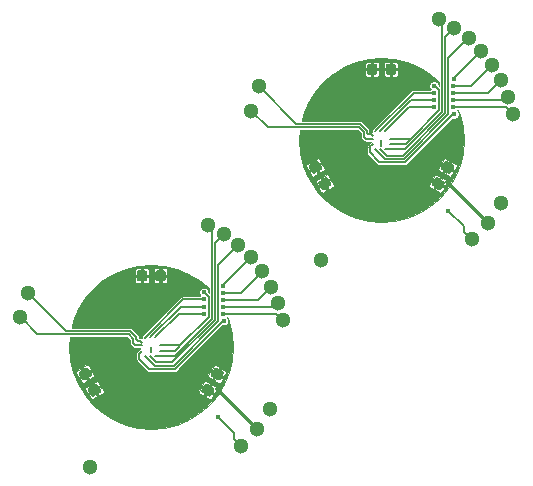
<source format=gbr>
G04 #@! TF.GenerationSoftware,KiCad,Pcbnew,5.0.2-bee76a0~70~ubuntu18.04.1*
G04 #@! TF.CreationDate,2019-06-04T20:48:53+02:00*
G04 #@! TF.ProjectId,lower_Sensor,6c6f7765-725f-4536-956e-736f722e6b69,rev?*
G04 #@! TF.SameCoordinates,Original*
G04 #@! TF.FileFunction,Copper,L1,Top*
G04 #@! TF.FilePolarity,Positive*
%FSLAX46Y46*%
G04 Gerber Fmt 4.6, Leading zero omitted, Abs format (unit mm)*
G04 Created by KiCad (PCBNEW 5.0.2-bee76a0~70~ubuntu18.04.1) date Di 04 Jun 2019 20:48:53 CEST*
%MOMM*%
%LPD*%
G01*
G04 APERTURE LIST*
G04 #@! TA.AperFunction,ComponentPad*
%ADD10C,1.300000*%
G04 #@! TD*
G04 #@! TA.AperFunction,Conductor*
%ADD11C,0.100000*%
G04 #@! TD*
G04 #@! TA.AperFunction,SMDPad,CuDef*
%ADD12C,0.875000*%
G04 #@! TD*
G04 #@! TA.AperFunction,BGAPad,CuDef*
%ADD13C,0.150000*%
G04 #@! TD*
G04 #@! TA.AperFunction,ViaPad*
%ADD14C,0.450000*%
G04 #@! TD*
G04 #@! TA.AperFunction,Conductor*
%ADD15C,0.130000*%
G04 #@! TD*
G04 #@! TA.AperFunction,Conductor*
%ADD16C,0.200000*%
G04 #@! TD*
G04 #@! TA.AperFunction,Conductor*
%ADD17C,0.300000*%
G04 #@! TD*
G04 APERTURE END LIST*
D10*
G04 #@! TO.P,J3,1*
G04 #@! TO.N,N/C*
X139662320Y-57437620D03*
G04 #@! TD*
G04 #@! TO.P,J10,1*
G04 #@! TO.N,N/C*
X134335940Y-52225540D03*
G04 #@! TD*
G04 #@! TO.P,J14,1*
G04 #@! TO.N,N/C*
X119111180Y-57930380D03*
G04 #@! TD*
G04 #@! TO.P,J7,1*
G04 #@! TO.N,N/C*
X136878480Y-53868920D03*
G04 #@! TD*
G04 #@! TO.P,J16,1*
G04 #@! TO.N,N/C*
X137127400Y-70919940D03*
G04 #@! TD*
D11*
G04 #@! TO.N,GNDD*
G04 #@! TO.C,REF\002A\002A*
G36*
X135005911Y-64283558D02*
X135027031Y-64287401D01*
X135047673Y-64293296D01*
X135067638Y-64301186D01*
X135086733Y-64310994D01*
X135530571Y-64567244D01*
X135548613Y-64578877D01*
X135565428Y-64592222D01*
X135580854Y-64607151D01*
X135594742Y-64623520D01*
X135606959Y-64641172D01*
X135617387Y-64659936D01*
X135625925Y-64679632D01*
X135632492Y-64700070D01*
X135637024Y-64721054D01*
X135639478Y-64742380D01*
X135639829Y-64763844D01*
X135638075Y-64785240D01*
X135634232Y-64806360D01*
X135628337Y-64827002D01*
X135620447Y-64846967D01*
X135610639Y-64866062D01*
X135391889Y-65244948D01*
X135380256Y-65262990D01*
X135366911Y-65279805D01*
X135351982Y-65295231D01*
X135335613Y-65309119D01*
X135317961Y-65321336D01*
X135299197Y-65331764D01*
X135279501Y-65340302D01*
X135259063Y-65346869D01*
X135238079Y-65351401D01*
X135216753Y-65353855D01*
X135195289Y-65354206D01*
X135173893Y-65352452D01*
X135152773Y-65348609D01*
X135132131Y-65342714D01*
X135112166Y-65334824D01*
X135093071Y-65325016D01*
X134649233Y-65068766D01*
X134631191Y-65057133D01*
X134614376Y-65043788D01*
X134598950Y-65028859D01*
X134585062Y-65012490D01*
X134572845Y-64994838D01*
X134562417Y-64976074D01*
X134553879Y-64956378D01*
X134547312Y-64935940D01*
X134542780Y-64914956D01*
X134540326Y-64893630D01*
X134539975Y-64872166D01*
X134541729Y-64850770D01*
X134545572Y-64829650D01*
X134551467Y-64809008D01*
X134559357Y-64789043D01*
X134569165Y-64769948D01*
X134787915Y-64391062D01*
X134799548Y-64373020D01*
X134812893Y-64356205D01*
X134827822Y-64340779D01*
X134844191Y-64326891D01*
X134861843Y-64314674D01*
X134880607Y-64304246D01*
X134900303Y-64295708D01*
X134920741Y-64289141D01*
X134941725Y-64284609D01*
X134963051Y-64282155D01*
X134984515Y-64281804D01*
X135005911Y-64283558D01*
X135005911Y-64283558D01*
G37*
D12*
G04 #@! TD*
G04 #@! TO.P,REF\002A\002A,2*
G04 #@! TO.N,GNDD*
X135089902Y-64818005D03*
D11*
G04 #@! TO.N,GNDD*
G04 #@! TO.C,REF\002A\002A*
G36*
X134218411Y-65647548D02*
X134239531Y-65651391D01*
X134260173Y-65657286D01*
X134280138Y-65665176D01*
X134299233Y-65674984D01*
X134743071Y-65931234D01*
X134761113Y-65942867D01*
X134777928Y-65956212D01*
X134793354Y-65971141D01*
X134807242Y-65987510D01*
X134819459Y-66005162D01*
X134829887Y-66023926D01*
X134838425Y-66043622D01*
X134844992Y-66064060D01*
X134849524Y-66085044D01*
X134851978Y-66106370D01*
X134852329Y-66127834D01*
X134850575Y-66149230D01*
X134846732Y-66170350D01*
X134840837Y-66190992D01*
X134832947Y-66210957D01*
X134823139Y-66230052D01*
X134604389Y-66608938D01*
X134592756Y-66626980D01*
X134579411Y-66643795D01*
X134564482Y-66659221D01*
X134548113Y-66673109D01*
X134530461Y-66685326D01*
X134511697Y-66695754D01*
X134492001Y-66704292D01*
X134471563Y-66710859D01*
X134450579Y-66715391D01*
X134429253Y-66717845D01*
X134407789Y-66718196D01*
X134386393Y-66716442D01*
X134365273Y-66712599D01*
X134344631Y-66706704D01*
X134324666Y-66698814D01*
X134305571Y-66689006D01*
X133861733Y-66432756D01*
X133843691Y-66421123D01*
X133826876Y-66407778D01*
X133811450Y-66392849D01*
X133797562Y-66376480D01*
X133785345Y-66358828D01*
X133774917Y-66340064D01*
X133766379Y-66320368D01*
X133759812Y-66299930D01*
X133755280Y-66278946D01*
X133752826Y-66257620D01*
X133752475Y-66236156D01*
X133754229Y-66214760D01*
X133758072Y-66193640D01*
X133763967Y-66172998D01*
X133771857Y-66153033D01*
X133781665Y-66133938D01*
X134000415Y-65755052D01*
X134012048Y-65737010D01*
X134025393Y-65720195D01*
X134040322Y-65704769D01*
X134056691Y-65690881D01*
X134074343Y-65678664D01*
X134093107Y-65668236D01*
X134112803Y-65659698D01*
X134133241Y-65653131D01*
X134154225Y-65648599D01*
X134175551Y-65646145D01*
X134197015Y-65645794D01*
X134218411Y-65647548D01*
X134218411Y-65647548D01*
G37*
D12*
G04 #@! TD*
G04 #@! TO.P,REF\002A\002A,1*
G04 #@! TO.N,GNDD*
X134302402Y-66181995D03*
D10*
G04 #@! TO.P,J9,1*
G04 #@! TO.N,N/C*
X135671980Y-52979920D03*
G04 #@! TD*
D11*
G04 #@! TO.N,GNDD*
G04 #@! TO.C,REF\002A\002A*
G36*
X128952691Y-56026053D02*
X128973926Y-56029203D01*
X128994750Y-56034419D01*
X129014962Y-56041651D01*
X129034368Y-56050830D01*
X129052781Y-56061866D01*
X129070024Y-56074654D01*
X129085930Y-56089070D01*
X129100346Y-56104976D01*
X129113134Y-56122219D01*
X129124170Y-56140632D01*
X129133349Y-56160038D01*
X129140581Y-56180250D01*
X129145797Y-56201074D01*
X129148947Y-56222309D01*
X129150000Y-56243750D01*
X129150000Y-56756250D01*
X129148947Y-56777691D01*
X129145797Y-56798926D01*
X129140581Y-56819750D01*
X129133349Y-56839962D01*
X129124170Y-56859368D01*
X129113134Y-56877781D01*
X129100346Y-56895024D01*
X129085930Y-56910930D01*
X129070024Y-56925346D01*
X129052781Y-56938134D01*
X129034368Y-56949170D01*
X129014962Y-56958349D01*
X128994750Y-56965581D01*
X128973926Y-56970797D01*
X128952691Y-56973947D01*
X128931250Y-56975000D01*
X128493750Y-56975000D01*
X128472309Y-56973947D01*
X128451074Y-56970797D01*
X128430250Y-56965581D01*
X128410038Y-56958349D01*
X128390632Y-56949170D01*
X128372219Y-56938134D01*
X128354976Y-56925346D01*
X128339070Y-56910930D01*
X128324654Y-56895024D01*
X128311866Y-56877781D01*
X128300830Y-56859368D01*
X128291651Y-56839962D01*
X128284419Y-56819750D01*
X128279203Y-56798926D01*
X128276053Y-56777691D01*
X128275000Y-56756250D01*
X128275000Y-56243750D01*
X128276053Y-56222309D01*
X128279203Y-56201074D01*
X128284419Y-56180250D01*
X128291651Y-56160038D01*
X128300830Y-56140632D01*
X128311866Y-56122219D01*
X128324654Y-56104976D01*
X128339070Y-56089070D01*
X128354976Y-56074654D01*
X128372219Y-56061866D01*
X128390632Y-56050830D01*
X128410038Y-56041651D01*
X128430250Y-56034419D01*
X128451074Y-56029203D01*
X128472309Y-56026053D01*
X128493750Y-56025000D01*
X128931250Y-56025000D01*
X128952691Y-56026053D01*
X128952691Y-56026053D01*
G37*
D12*
G04 #@! TD*
G04 #@! TO.P,REF\002A\002A,2*
G04 #@! TO.N,GNDD*
X128712500Y-56500000D03*
D11*
G04 #@! TO.N,GNDD*
G04 #@! TO.C,REF\002A\002A*
G36*
X130527691Y-56026053D02*
X130548926Y-56029203D01*
X130569750Y-56034419D01*
X130589962Y-56041651D01*
X130609368Y-56050830D01*
X130627781Y-56061866D01*
X130645024Y-56074654D01*
X130660930Y-56089070D01*
X130675346Y-56104976D01*
X130688134Y-56122219D01*
X130699170Y-56140632D01*
X130708349Y-56160038D01*
X130715581Y-56180250D01*
X130720797Y-56201074D01*
X130723947Y-56222309D01*
X130725000Y-56243750D01*
X130725000Y-56756250D01*
X130723947Y-56777691D01*
X130720797Y-56798926D01*
X130715581Y-56819750D01*
X130708349Y-56839962D01*
X130699170Y-56859368D01*
X130688134Y-56877781D01*
X130675346Y-56895024D01*
X130660930Y-56910930D01*
X130645024Y-56925346D01*
X130627781Y-56938134D01*
X130609368Y-56949170D01*
X130589962Y-56958349D01*
X130569750Y-56965581D01*
X130548926Y-56970797D01*
X130527691Y-56973947D01*
X130506250Y-56975000D01*
X130068750Y-56975000D01*
X130047309Y-56973947D01*
X130026074Y-56970797D01*
X130005250Y-56965581D01*
X129985038Y-56958349D01*
X129965632Y-56949170D01*
X129947219Y-56938134D01*
X129929976Y-56925346D01*
X129914070Y-56910930D01*
X129899654Y-56895024D01*
X129886866Y-56877781D01*
X129875830Y-56859368D01*
X129866651Y-56839962D01*
X129859419Y-56819750D01*
X129854203Y-56798926D01*
X129851053Y-56777691D01*
X129850000Y-56756250D01*
X129850000Y-56243750D01*
X129851053Y-56222309D01*
X129854203Y-56201074D01*
X129859419Y-56180250D01*
X129866651Y-56160038D01*
X129875830Y-56140632D01*
X129886866Y-56122219D01*
X129899654Y-56104976D01*
X129914070Y-56089070D01*
X129929976Y-56074654D01*
X129947219Y-56061866D01*
X129965632Y-56050830D01*
X129985038Y-56041651D01*
X130005250Y-56034419D01*
X130026074Y-56029203D01*
X130047309Y-56026053D01*
X130068750Y-56025000D01*
X130506250Y-56025000D01*
X130527691Y-56026053D01*
X130527691Y-56026053D01*
G37*
D12*
G04 #@! TD*
G04 #@! TO.P,REF\002A\002A,1*
G04 #@! TO.N,GNDD*
X130287500Y-56500000D03*
D10*
G04 #@! TO.P,J13,1*
G04 #@! TO.N,N/C*
X118427920Y-60005560D03*
G04 #@! TD*
D11*
G04 #@! TO.N,GNDD*
G04 #@! TO.C,REF\002A\002A*
G36*
X124824449Y-65646145D02*
X124845775Y-65648599D01*
X124866759Y-65653131D01*
X124887197Y-65659698D01*
X124906893Y-65668236D01*
X124925657Y-65678664D01*
X124943309Y-65690881D01*
X124959678Y-65704769D01*
X124974607Y-65720195D01*
X124987952Y-65737010D01*
X124999585Y-65755052D01*
X125218335Y-66133938D01*
X125228143Y-66153033D01*
X125236033Y-66172998D01*
X125241928Y-66193640D01*
X125245771Y-66214760D01*
X125247525Y-66236156D01*
X125247174Y-66257620D01*
X125244720Y-66278946D01*
X125240188Y-66299930D01*
X125233621Y-66320368D01*
X125225083Y-66340064D01*
X125214655Y-66358828D01*
X125202438Y-66376480D01*
X125188550Y-66392849D01*
X125173124Y-66407778D01*
X125156309Y-66421123D01*
X125138267Y-66432756D01*
X124694429Y-66689006D01*
X124675334Y-66698814D01*
X124655369Y-66706704D01*
X124634727Y-66712599D01*
X124613607Y-66716442D01*
X124592211Y-66718196D01*
X124570747Y-66717845D01*
X124549421Y-66715391D01*
X124528437Y-66710859D01*
X124507999Y-66704292D01*
X124488303Y-66695754D01*
X124469539Y-66685326D01*
X124451887Y-66673109D01*
X124435518Y-66659221D01*
X124420589Y-66643795D01*
X124407244Y-66626980D01*
X124395611Y-66608938D01*
X124176861Y-66230052D01*
X124167053Y-66210957D01*
X124159163Y-66190992D01*
X124153268Y-66170350D01*
X124149425Y-66149230D01*
X124147671Y-66127834D01*
X124148022Y-66106370D01*
X124150476Y-66085044D01*
X124155008Y-66064060D01*
X124161575Y-66043622D01*
X124170113Y-66023926D01*
X124180541Y-66005162D01*
X124192758Y-65987510D01*
X124206646Y-65971141D01*
X124222072Y-65956212D01*
X124238887Y-65942867D01*
X124256929Y-65931234D01*
X124700767Y-65674984D01*
X124719862Y-65665176D01*
X124739827Y-65657286D01*
X124760469Y-65651391D01*
X124781589Y-65647548D01*
X124802985Y-65645794D01*
X124824449Y-65646145D01*
X124824449Y-65646145D01*
G37*
D12*
G04 #@! TD*
G04 #@! TO.P,REF\002A\002A,2*
G04 #@! TO.N,GNDD*
X124697598Y-66181995D03*
D11*
G04 #@! TO.N,GNDD*
G04 #@! TO.C,REF\002A\002A*
G36*
X124036949Y-64282155D02*
X124058275Y-64284609D01*
X124079259Y-64289141D01*
X124099697Y-64295708D01*
X124119393Y-64304246D01*
X124138157Y-64314674D01*
X124155809Y-64326891D01*
X124172178Y-64340779D01*
X124187107Y-64356205D01*
X124200452Y-64373020D01*
X124212085Y-64391062D01*
X124430835Y-64769948D01*
X124440643Y-64789043D01*
X124448533Y-64809008D01*
X124454428Y-64829650D01*
X124458271Y-64850770D01*
X124460025Y-64872166D01*
X124459674Y-64893630D01*
X124457220Y-64914956D01*
X124452688Y-64935940D01*
X124446121Y-64956378D01*
X124437583Y-64976074D01*
X124427155Y-64994838D01*
X124414938Y-65012490D01*
X124401050Y-65028859D01*
X124385624Y-65043788D01*
X124368809Y-65057133D01*
X124350767Y-65068766D01*
X123906929Y-65325016D01*
X123887834Y-65334824D01*
X123867869Y-65342714D01*
X123847227Y-65348609D01*
X123826107Y-65352452D01*
X123804711Y-65354206D01*
X123783247Y-65353855D01*
X123761921Y-65351401D01*
X123740937Y-65346869D01*
X123720499Y-65340302D01*
X123700803Y-65331764D01*
X123682039Y-65321336D01*
X123664387Y-65309119D01*
X123648018Y-65295231D01*
X123633089Y-65279805D01*
X123619744Y-65262990D01*
X123608111Y-65244948D01*
X123389361Y-64866062D01*
X123379553Y-64846967D01*
X123371663Y-64827002D01*
X123365768Y-64806360D01*
X123361925Y-64785240D01*
X123360171Y-64763844D01*
X123360522Y-64742380D01*
X123362976Y-64721054D01*
X123367508Y-64700070D01*
X123374075Y-64679632D01*
X123382613Y-64659936D01*
X123393041Y-64641172D01*
X123405258Y-64623520D01*
X123419146Y-64607151D01*
X123434572Y-64592222D01*
X123451387Y-64578877D01*
X123469429Y-64567244D01*
X123913267Y-64310994D01*
X123932362Y-64301186D01*
X123952327Y-64293296D01*
X123972969Y-64287401D01*
X123994089Y-64283558D01*
X124015485Y-64281804D01*
X124036949Y-64282155D01*
X124036949Y-64282155D01*
G37*
D12*
G04 #@! TD*
G04 #@! TO.P,REF\002A\002A,1*
G04 #@! TO.N,GNDD*
X123910098Y-64818005D03*
D10*
G04 #@! TO.P,J2,1*
G04 #@! TO.N,N/C*
X140231280Y-58814300D03*
G04 #@! TD*
G04 #@! TO.P,J15,1*
G04 #@! TO.N,N/C*
X124363900Y-72659840D03*
G04 #@! TD*
G04 #@! TO.P,J8,1*
G04 #@! TO.N,N/C*
X139578500Y-67803360D03*
G04 #@! TD*
G04 #@! TO.P,J5,1*
G04 #@! TO.N,N/C*
X137960520Y-54920480D03*
G04 #@! TD*
G04 #@! TO.P,J4,1*
G04 #@! TO.N,N/C*
X138900320Y-56106660D03*
G04 #@! TD*
G04 #@! TO.P,J6,1*
G04 #@! TO.N,GNDD*
X138488840Y-69484840D03*
G04 #@! TD*
D13*
G04 #@! TO.P,REF\002A\002A,ELEC*
G04 #@! TO.N,N/C*
X128747000Y-62390000D03*
G04 #@! TO.P,REF\002A\002A,O2*
X128747000Y-62170000D03*
G04 #@! TO.P,REF\002A\002A,G*
X128747000Y-62830000D03*
G04 #@! TO.P,REF\002A\002A,D2m*
X129830000Y-63253000D03*
G04 #@! TO.P,REF\002A\002A,D4m*
X128950000Y-63253000D03*
G04 #@! TO.P,REF\002A\002A,D3m*
X129390000Y-63253000D03*
G04 #@! TO.P,REF\002A\002A,S*
X130253000Y-62390000D03*
G04 #@! TO.P,REF\002A\002A,SUB*
X130253000Y-62830000D03*
G04 #@! TO.P,REF\002A\002A,D1i*
X130253000Y-61950000D03*
G04 #@! TO.P,REF\002A\002A,D3i*
X129390000Y-61747000D03*
G04 #@! TO.P,REF\002A\002A,D2i*
X129830000Y-61747000D03*
G04 #@! TO.P,REF\002A\002A,D4i*
X128950000Y-61747000D03*
G04 #@! TD*
D10*
G04 #@! TO.P,J1,1*
G04 #@! TO.N,N/C*
X140635140Y-60269720D03*
G04 #@! TD*
D11*
G04 #@! TO.N,GNDD*
G04 #@! TO.C,REF\002A\002A*
G36*
X104536949Y-81782155D02*
X104558275Y-81784609D01*
X104579259Y-81789141D01*
X104599697Y-81795708D01*
X104619393Y-81804246D01*
X104638157Y-81814674D01*
X104655809Y-81826891D01*
X104672178Y-81840779D01*
X104687107Y-81856205D01*
X104700452Y-81873020D01*
X104712085Y-81891062D01*
X104930835Y-82269948D01*
X104940643Y-82289043D01*
X104948533Y-82309008D01*
X104954428Y-82329650D01*
X104958271Y-82350770D01*
X104960025Y-82372166D01*
X104959674Y-82393630D01*
X104957220Y-82414956D01*
X104952688Y-82435940D01*
X104946121Y-82456378D01*
X104937583Y-82476074D01*
X104927155Y-82494838D01*
X104914938Y-82512490D01*
X104901050Y-82528859D01*
X104885624Y-82543788D01*
X104868809Y-82557133D01*
X104850767Y-82568766D01*
X104406929Y-82825016D01*
X104387834Y-82834824D01*
X104367869Y-82842714D01*
X104347227Y-82848609D01*
X104326107Y-82852452D01*
X104304711Y-82854206D01*
X104283247Y-82853855D01*
X104261921Y-82851401D01*
X104240937Y-82846869D01*
X104220499Y-82840302D01*
X104200803Y-82831764D01*
X104182039Y-82821336D01*
X104164387Y-82809119D01*
X104148018Y-82795231D01*
X104133089Y-82779805D01*
X104119744Y-82762990D01*
X104108111Y-82744948D01*
X103889361Y-82366062D01*
X103879553Y-82346967D01*
X103871663Y-82327002D01*
X103865768Y-82306360D01*
X103861925Y-82285240D01*
X103860171Y-82263844D01*
X103860522Y-82242380D01*
X103862976Y-82221054D01*
X103867508Y-82200070D01*
X103874075Y-82179632D01*
X103882613Y-82159936D01*
X103893041Y-82141172D01*
X103905258Y-82123520D01*
X103919146Y-82107151D01*
X103934572Y-82092222D01*
X103951387Y-82078877D01*
X103969429Y-82067244D01*
X104413267Y-81810994D01*
X104432362Y-81801186D01*
X104452327Y-81793296D01*
X104472969Y-81787401D01*
X104494089Y-81783558D01*
X104515485Y-81781804D01*
X104536949Y-81782155D01*
X104536949Y-81782155D01*
G37*
D12*
G04 #@! TD*
G04 #@! TO.P,REF\002A\002A,1*
G04 #@! TO.N,GNDD*
X104410098Y-82318005D03*
D11*
G04 #@! TO.N,GNDD*
G04 #@! TO.C,REF\002A\002A*
G36*
X105324449Y-83146145D02*
X105345775Y-83148599D01*
X105366759Y-83153131D01*
X105387197Y-83159698D01*
X105406893Y-83168236D01*
X105425657Y-83178664D01*
X105443309Y-83190881D01*
X105459678Y-83204769D01*
X105474607Y-83220195D01*
X105487952Y-83237010D01*
X105499585Y-83255052D01*
X105718335Y-83633938D01*
X105728143Y-83653033D01*
X105736033Y-83672998D01*
X105741928Y-83693640D01*
X105745771Y-83714760D01*
X105747525Y-83736156D01*
X105747174Y-83757620D01*
X105744720Y-83778946D01*
X105740188Y-83799930D01*
X105733621Y-83820368D01*
X105725083Y-83840064D01*
X105714655Y-83858828D01*
X105702438Y-83876480D01*
X105688550Y-83892849D01*
X105673124Y-83907778D01*
X105656309Y-83921123D01*
X105638267Y-83932756D01*
X105194429Y-84189006D01*
X105175334Y-84198814D01*
X105155369Y-84206704D01*
X105134727Y-84212599D01*
X105113607Y-84216442D01*
X105092211Y-84218196D01*
X105070747Y-84217845D01*
X105049421Y-84215391D01*
X105028437Y-84210859D01*
X105007999Y-84204292D01*
X104988303Y-84195754D01*
X104969539Y-84185326D01*
X104951887Y-84173109D01*
X104935518Y-84159221D01*
X104920589Y-84143795D01*
X104907244Y-84126980D01*
X104895611Y-84108938D01*
X104676861Y-83730052D01*
X104667053Y-83710957D01*
X104659163Y-83690992D01*
X104653268Y-83670350D01*
X104649425Y-83649230D01*
X104647671Y-83627834D01*
X104648022Y-83606370D01*
X104650476Y-83585044D01*
X104655008Y-83564060D01*
X104661575Y-83543622D01*
X104670113Y-83523926D01*
X104680541Y-83505162D01*
X104692758Y-83487510D01*
X104706646Y-83471141D01*
X104722072Y-83456212D01*
X104738887Y-83442867D01*
X104756929Y-83431234D01*
X105200767Y-83174984D01*
X105219862Y-83165176D01*
X105239827Y-83157286D01*
X105260469Y-83151391D01*
X105281589Y-83147548D01*
X105302985Y-83145794D01*
X105324449Y-83146145D01*
X105324449Y-83146145D01*
G37*
D12*
G04 #@! TD*
G04 #@! TO.P,REF\002A\002A,2*
G04 #@! TO.N,GNDD*
X105197598Y-83681995D03*
D11*
G04 #@! TO.N,GNDD*
G04 #@! TO.C,REF\002A\002A*
G36*
X114718411Y-83147548D02*
X114739531Y-83151391D01*
X114760173Y-83157286D01*
X114780138Y-83165176D01*
X114799233Y-83174984D01*
X115243071Y-83431234D01*
X115261113Y-83442867D01*
X115277928Y-83456212D01*
X115293354Y-83471141D01*
X115307242Y-83487510D01*
X115319459Y-83505162D01*
X115329887Y-83523926D01*
X115338425Y-83543622D01*
X115344992Y-83564060D01*
X115349524Y-83585044D01*
X115351978Y-83606370D01*
X115352329Y-83627834D01*
X115350575Y-83649230D01*
X115346732Y-83670350D01*
X115340837Y-83690992D01*
X115332947Y-83710957D01*
X115323139Y-83730052D01*
X115104389Y-84108938D01*
X115092756Y-84126980D01*
X115079411Y-84143795D01*
X115064482Y-84159221D01*
X115048113Y-84173109D01*
X115030461Y-84185326D01*
X115011697Y-84195754D01*
X114992001Y-84204292D01*
X114971563Y-84210859D01*
X114950579Y-84215391D01*
X114929253Y-84217845D01*
X114907789Y-84218196D01*
X114886393Y-84216442D01*
X114865273Y-84212599D01*
X114844631Y-84206704D01*
X114824666Y-84198814D01*
X114805571Y-84189006D01*
X114361733Y-83932756D01*
X114343691Y-83921123D01*
X114326876Y-83907778D01*
X114311450Y-83892849D01*
X114297562Y-83876480D01*
X114285345Y-83858828D01*
X114274917Y-83840064D01*
X114266379Y-83820368D01*
X114259812Y-83799930D01*
X114255280Y-83778946D01*
X114252826Y-83757620D01*
X114252475Y-83736156D01*
X114254229Y-83714760D01*
X114258072Y-83693640D01*
X114263967Y-83672998D01*
X114271857Y-83653033D01*
X114281665Y-83633938D01*
X114500415Y-83255052D01*
X114512048Y-83237010D01*
X114525393Y-83220195D01*
X114540322Y-83204769D01*
X114556691Y-83190881D01*
X114574343Y-83178664D01*
X114593107Y-83168236D01*
X114612803Y-83159698D01*
X114633241Y-83153131D01*
X114654225Y-83148599D01*
X114675551Y-83146145D01*
X114697015Y-83145794D01*
X114718411Y-83147548D01*
X114718411Y-83147548D01*
G37*
D12*
G04 #@! TD*
G04 #@! TO.P,REF\002A\002A,1*
G04 #@! TO.N,GNDD*
X114802402Y-83681995D03*
D11*
G04 #@! TO.N,GNDD*
G04 #@! TO.C,REF\002A\002A*
G36*
X115505911Y-81783558D02*
X115527031Y-81787401D01*
X115547673Y-81793296D01*
X115567638Y-81801186D01*
X115586733Y-81810994D01*
X116030571Y-82067244D01*
X116048613Y-82078877D01*
X116065428Y-82092222D01*
X116080854Y-82107151D01*
X116094742Y-82123520D01*
X116106959Y-82141172D01*
X116117387Y-82159936D01*
X116125925Y-82179632D01*
X116132492Y-82200070D01*
X116137024Y-82221054D01*
X116139478Y-82242380D01*
X116139829Y-82263844D01*
X116138075Y-82285240D01*
X116134232Y-82306360D01*
X116128337Y-82327002D01*
X116120447Y-82346967D01*
X116110639Y-82366062D01*
X115891889Y-82744948D01*
X115880256Y-82762990D01*
X115866911Y-82779805D01*
X115851982Y-82795231D01*
X115835613Y-82809119D01*
X115817961Y-82821336D01*
X115799197Y-82831764D01*
X115779501Y-82840302D01*
X115759063Y-82846869D01*
X115738079Y-82851401D01*
X115716753Y-82853855D01*
X115695289Y-82854206D01*
X115673893Y-82852452D01*
X115652773Y-82848609D01*
X115632131Y-82842714D01*
X115612166Y-82834824D01*
X115593071Y-82825016D01*
X115149233Y-82568766D01*
X115131191Y-82557133D01*
X115114376Y-82543788D01*
X115098950Y-82528859D01*
X115085062Y-82512490D01*
X115072845Y-82494838D01*
X115062417Y-82476074D01*
X115053879Y-82456378D01*
X115047312Y-82435940D01*
X115042780Y-82414956D01*
X115040326Y-82393630D01*
X115039975Y-82372166D01*
X115041729Y-82350770D01*
X115045572Y-82329650D01*
X115051467Y-82309008D01*
X115059357Y-82289043D01*
X115069165Y-82269948D01*
X115287915Y-81891062D01*
X115299548Y-81873020D01*
X115312893Y-81856205D01*
X115327822Y-81840779D01*
X115344191Y-81826891D01*
X115361843Y-81814674D01*
X115380607Y-81804246D01*
X115400303Y-81795708D01*
X115420741Y-81789141D01*
X115441725Y-81784609D01*
X115463051Y-81782155D01*
X115484515Y-81781804D01*
X115505911Y-81783558D01*
X115505911Y-81783558D01*
G37*
D12*
G04 #@! TD*
G04 #@! TO.P,REF\002A\002A,2*
G04 #@! TO.N,GNDD*
X115589902Y-82318005D03*
D11*
G04 #@! TO.N,GNDD*
G04 #@! TO.C,REF\002A\002A*
G36*
X111027691Y-73526053D02*
X111048926Y-73529203D01*
X111069750Y-73534419D01*
X111089962Y-73541651D01*
X111109368Y-73550830D01*
X111127781Y-73561866D01*
X111145024Y-73574654D01*
X111160930Y-73589070D01*
X111175346Y-73604976D01*
X111188134Y-73622219D01*
X111199170Y-73640632D01*
X111208349Y-73660038D01*
X111215581Y-73680250D01*
X111220797Y-73701074D01*
X111223947Y-73722309D01*
X111225000Y-73743750D01*
X111225000Y-74256250D01*
X111223947Y-74277691D01*
X111220797Y-74298926D01*
X111215581Y-74319750D01*
X111208349Y-74339962D01*
X111199170Y-74359368D01*
X111188134Y-74377781D01*
X111175346Y-74395024D01*
X111160930Y-74410930D01*
X111145024Y-74425346D01*
X111127781Y-74438134D01*
X111109368Y-74449170D01*
X111089962Y-74458349D01*
X111069750Y-74465581D01*
X111048926Y-74470797D01*
X111027691Y-74473947D01*
X111006250Y-74475000D01*
X110568750Y-74475000D01*
X110547309Y-74473947D01*
X110526074Y-74470797D01*
X110505250Y-74465581D01*
X110485038Y-74458349D01*
X110465632Y-74449170D01*
X110447219Y-74438134D01*
X110429976Y-74425346D01*
X110414070Y-74410930D01*
X110399654Y-74395024D01*
X110386866Y-74377781D01*
X110375830Y-74359368D01*
X110366651Y-74339962D01*
X110359419Y-74319750D01*
X110354203Y-74298926D01*
X110351053Y-74277691D01*
X110350000Y-74256250D01*
X110350000Y-73743750D01*
X110351053Y-73722309D01*
X110354203Y-73701074D01*
X110359419Y-73680250D01*
X110366651Y-73660038D01*
X110375830Y-73640632D01*
X110386866Y-73622219D01*
X110399654Y-73604976D01*
X110414070Y-73589070D01*
X110429976Y-73574654D01*
X110447219Y-73561866D01*
X110465632Y-73550830D01*
X110485038Y-73541651D01*
X110505250Y-73534419D01*
X110526074Y-73529203D01*
X110547309Y-73526053D01*
X110568750Y-73525000D01*
X111006250Y-73525000D01*
X111027691Y-73526053D01*
X111027691Y-73526053D01*
G37*
D12*
G04 #@! TD*
G04 #@! TO.P,REF\002A\002A,1*
G04 #@! TO.N,GNDD*
X110787500Y-74000000D03*
D11*
G04 #@! TO.N,GNDD*
G04 #@! TO.C,REF\002A\002A*
G36*
X109452691Y-73526053D02*
X109473926Y-73529203D01*
X109494750Y-73534419D01*
X109514962Y-73541651D01*
X109534368Y-73550830D01*
X109552781Y-73561866D01*
X109570024Y-73574654D01*
X109585930Y-73589070D01*
X109600346Y-73604976D01*
X109613134Y-73622219D01*
X109624170Y-73640632D01*
X109633349Y-73660038D01*
X109640581Y-73680250D01*
X109645797Y-73701074D01*
X109648947Y-73722309D01*
X109650000Y-73743750D01*
X109650000Y-74256250D01*
X109648947Y-74277691D01*
X109645797Y-74298926D01*
X109640581Y-74319750D01*
X109633349Y-74339962D01*
X109624170Y-74359368D01*
X109613134Y-74377781D01*
X109600346Y-74395024D01*
X109585930Y-74410930D01*
X109570024Y-74425346D01*
X109552781Y-74438134D01*
X109534368Y-74449170D01*
X109514962Y-74458349D01*
X109494750Y-74465581D01*
X109473926Y-74470797D01*
X109452691Y-74473947D01*
X109431250Y-74475000D01*
X108993750Y-74475000D01*
X108972309Y-74473947D01*
X108951074Y-74470797D01*
X108930250Y-74465581D01*
X108910038Y-74458349D01*
X108890632Y-74449170D01*
X108872219Y-74438134D01*
X108854976Y-74425346D01*
X108839070Y-74410930D01*
X108824654Y-74395024D01*
X108811866Y-74377781D01*
X108800830Y-74359368D01*
X108791651Y-74339962D01*
X108784419Y-74319750D01*
X108779203Y-74298926D01*
X108776053Y-74277691D01*
X108775000Y-74256250D01*
X108775000Y-73743750D01*
X108776053Y-73722309D01*
X108779203Y-73701074D01*
X108784419Y-73680250D01*
X108791651Y-73660038D01*
X108800830Y-73640632D01*
X108811866Y-73622219D01*
X108824654Y-73604976D01*
X108839070Y-73589070D01*
X108854976Y-73574654D01*
X108872219Y-73561866D01*
X108890632Y-73550830D01*
X108910038Y-73541651D01*
X108930250Y-73534419D01*
X108951074Y-73529203D01*
X108972309Y-73526053D01*
X108993750Y-73525000D01*
X109431250Y-73525000D01*
X109452691Y-73526053D01*
X109452691Y-73526053D01*
G37*
D12*
G04 #@! TD*
G04 #@! TO.P,REF\002A\002A,2*
G04 #@! TO.N,GNDD*
X109212500Y-74000000D03*
D10*
G04 #@! TO.P,J14,1*
G04 #@! TO.N,O2_ELEC1*
X99611180Y-75430380D03*
G04 #@! TD*
G04 #@! TO.P,J16,1*
G04 #@! TO.N,GNDD*
X117627400Y-88419940D03*
G04 #@! TD*
G04 #@! TO.P,J15,1*
G04 #@! TO.N,N/C*
X104863900Y-90159840D03*
G04 #@! TD*
G04 #@! TO.P,J13,1*
G04 #@! TO.N,ELEC1*
X98927920Y-77505560D03*
G04 #@! TD*
G04 #@! TO.P,J2,1*
G04 #@! TO.N,ISFET1_D3*
X120731280Y-76314300D03*
G04 #@! TD*
G04 #@! TO.P,J1,1*
G04 #@! TO.N,ISFET1_D2*
X121135140Y-77769720D03*
G04 #@! TD*
G04 #@! TO.P,J10,1*
G04 #@! TO.N,REFFET1_D2*
X114835940Y-69725540D03*
G04 #@! TD*
G04 #@! TO.P,J9,1*
G04 #@! TO.N,REFFET1_D3*
X116171980Y-70479920D03*
G04 #@! TD*
G04 #@! TO.P,J8,1*
G04 #@! TO.N,N/C*
X120078500Y-85303360D03*
G04 #@! TD*
G04 #@! TO.P,J7,1*
G04 #@! TO.N,REFFET1_D4*
X117378480Y-71368920D03*
G04 #@! TD*
G04 #@! TO.P,J5,1*
G04 #@! TO.N,N/C*
X118460520Y-72420480D03*
G04 #@! TD*
G04 #@! TO.P,J4,1*
G04 #@! TO.N,N/C*
X119400320Y-73606660D03*
G04 #@! TD*
G04 #@! TO.P,J3,1*
G04 #@! TO.N,ISFET1_D4*
X120162320Y-74937620D03*
G04 #@! TD*
G04 #@! TO.P,J6,1*
G04 #@! TO.N,GNDD*
X118988840Y-86984840D03*
G04 #@! TD*
D13*
G04 #@! TO.P,REF\002A\002A,D4i*
G04 #@! TO.N,ISFET1_D4*
X109450000Y-79247000D03*
G04 #@! TO.P,REF\002A\002A,D2i*
G04 #@! TO.N,ISFET1_D2*
X110330000Y-79247000D03*
G04 #@! TO.P,REF\002A\002A,D3i*
G04 #@! TO.N,ISFET1_D3*
X109890000Y-79247000D03*
G04 #@! TO.P,REF\002A\002A,D1i*
G04 #@! TO.N,ISFET1_D1*
X110753000Y-79450000D03*
G04 #@! TO.P,REF\002A\002A,SUB*
G04 #@! TO.N,N/C*
X110753000Y-80330000D03*
G04 #@! TO.P,REF\002A\002A,S*
X110753000Y-79890000D03*
G04 #@! TO.P,REF\002A\002A,D3m*
G04 #@! TO.N,REFFET1_D3*
X109890000Y-80753000D03*
G04 #@! TO.P,REF\002A\002A,D4m*
G04 #@! TO.N,REFFET1_D4*
X109450000Y-80753000D03*
G04 #@! TO.P,REF\002A\002A,D2m*
G04 #@! TO.N,REFFET1_D2*
X110330000Y-80753000D03*
G04 #@! TO.P,REF\002A\002A,G*
G04 #@! TO.N,N/C*
X109247000Y-80330000D03*
G04 #@! TO.P,REF\002A\002A,O2*
G04 #@! TO.N,O2_ELEC1*
X109247000Y-79670000D03*
G04 #@! TO.P,REF\002A\002A,ELEC*
G04 #@! TO.N,ELEC1*
X109247000Y-79890000D03*
G04 #@! TD*
D14*
G04 #@! TO.N,*
X115650000Y-85990000D03*
X114448408Y-75400635D03*
X116083482Y-75460889D03*
X116130192Y-77782223D03*
X116109996Y-74820000D03*
X135630192Y-60282223D03*
X135609996Y-57320000D03*
X133948408Y-57900635D03*
X135150000Y-68490000D03*
X135583482Y-57960889D03*
X135583482Y-58541746D03*
X133963439Y-58480452D03*
X135580043Y-59124375D03*
X133960000Y-59120000D03*
X133960000Y-59700000D03*
X135580044Y-59704393D03*
G04 #@! TO.N,ISFET1_D4*
X114463439Y-75980452D03*
X116083482Y-76041746D03*
G04 #@! TO.N,ISFET1_D3*
X116080043Y-76624375D03*
X114460000Y-76620000D03*
G04 #@! TO.N,ISFET1_D2*
X116080044Y-77204393D03*
X114460000Y-77200000D03*
G04 #@! TD*
D15*
G04 #@! TO.N,*
X109247000Y-80330000D02*
X108985340Y-80591660D01*
X110000000Y-80000000D02*
X110000000Y-80482999D01*
X110859066Y-80330000D02*
X110864186Y-80335120D01*
X110753000Y-80330000D02*
X110859066Y-80330000D01*
X110864186Y-80335120D02*
X112036860Y-80335120D01*
X112036860Y-80335120D02*
X112473740Y-79898240D01*
D16*
G04 #@! TO.N,GNDD*
X113500000Y-84292540D02*
X113500000Y-84250000D01*
D15*
X116977401Y-87769941D02*
X116977401Y-87297401D01*
X117627400Y-88419940D02*
X116977401Y-87769941D01*
X116977401Y-87297401D02*
X115660000Y-85980000D01*
D17*
X118988840Y-86984840D02*
X115584000Y-83580000D01*
D15*
G04 #@! TO.N,*
X116077243Y-75458320D02*
X116079812Y-75460889D01*
X116079812Y-75460889D02*
X116083482Y-75460889D01*
X117580000Y-75460000D02*
X119380000Y-73660000D01*
X116083482Y-75460889D02*
X116084371Y-75460000D01*
X116084371Y-75460000D02*
X117580000Y-75460000D01*
X114544589Y-75440000D02*
X114450000Y-75440000D01*
X112480000Y-79890000D02*
X114880002Y-77489998D01*
X110753000Y-79890000D02*
X112480000Y-79890000D01*
X114880002Y-77489998D02*
X114880002Y-76185491D01*
X114880002Y-76185491D02*
X114883440Y-76182053D01*
X114883440Y-75778851D02*
X114544589Y-75440000D01*
X114883440Y-76182053D02*
X114883440Y-75778851D01*
X108990000Y-81040000D02*
X108990000Y-80590000D01*
X112000000Y-81870000D02*
X109820000Y-81870000D01*
X116130192Y-77782223D02*
X116087777Y-77782223D01*
X109820000Y-81870000D02*
X108990000Y-81040000D01*
X116087777Y-77782223D02*
X112000000Y-81870000D01*
X118460520Y-72420480D02*
X116109996Y-74771004D01*
X116109996Y-74771004D02*
X116109996Y-74820000D01*
X130364186Y-62835120D02*
X131536860Y-62835120D01*
X134380002Y-59989998D02*
X134380002Y-58685491D01*
X130253000Y-62830000D02*
X130359066Y-62830000D01*
X131500000Y-64370000D02*
X129320000Y-64370000D01*
X134383440Y-58278851D02*
X134044589Y-57940000D01*
X130253000Y-62390000D02*
X131980000Y-62390000D01*
X135583482Y-57960889D02*
X135584371Y-57960000D01*
X131980000Y-62390000D02*
X134380002Y-59989998D01*
X137960520Y-54920480D02*
X135609996Y-57271004D01*
X135609996Y-57271004D02*
X135609996Y-57320000D01*
X134044589Y-57940000D02*
X133950000Y-57940000D01*
X134380002Y-58685491D02*
X134383440Y-58682053D01*
X128490000Y-63540000D02*
X128490000Y-63090000D01*
X134383440Y-58682053D02*
X134383440Y-58278851D01*
X135584371Y-57960000D02*
X137080000Y-57960000D01*
X135587777Y-60282223D02*
X131500000Y-64370000D01*
X137080000Y-57960000D02*
X138880000Y-56160000D01*
X131536860Y-62835120D02*
X131973740Y-62398240D01*
X130359066Y-62830000D02*
X130364186Y-62835120D01*
X129320000Y-64370000D02*
X128490000Y-63540000D01*
X135630192Y-60282223D02*
X135587777Y-60282223D01*
X129500000Y-62500000D02*
X129500000Y-62982999D01*
X128747000Y-62830000D02*
X128485340Y-63091660D01*
X135577243Y-57958320D02*
X135579812Y-57960889D01*
X135579812Y-57960889D02*
X135583482Y-57960889D01*
X136477401Y-70269941D02*
X136477401Y-69797401D01*
X137127400Y-70919940D02*
X136477401Y-70269941D01*
X136477401Y-69797401D02*
X135160000Y-68480000D01*
D17*
G04 #@! TO.N,GNDD*
X138488840Y-69484840D02*
X135084000Y-66080000D01*
D15*
G04 #@! TO.N,*
X134643450Y-58789752D02*
X134643450Y-58171152D01*
X131501159Y-63253000D02*
X134640012Y-60114148D01*
X134633798Y-58161500D02*
X134633798Y-52525938D01*
X134640012Y-58793190D02*
X134643450Y-58789752D01*
X134633798Y-52525938D02*
X134343560Y-52235700D01*
X134640012Y-60114148D02*
X134640012Y-58793190D01*
X129830000Y-63253000D02*
X131501159Y-63253000D01*
X134643450Y-58171152D02*
X134633798Y-58161500D01*
X131290139Y-63831731D02*
X129927431Y-63831731D01*
X134900023Y-60221846D02*
X131290139Y-63831731D01*
X134903461Y-58897452D02*
X134900023Y-58900890D01*
X129927431Y-63831731D02*
X129390560Y-63294860D01*
X134903461Y-53748439D02*
X134903461Y-58897452D01*
X134900023Y-58900890D02*
X134900023Y-60221846D01*
X135671980Y-52979920D02*
X134903461Y-53748439D01*
X135160034Y-60329546D02*
X135160034Y-59008590D01*
X129819731Y-64091742D02*
X131397839Y-64091742D01*
X129788741Y-64091741D02*
X129819731Y-64091742D01*
X135160034Y-59008590D02*
X135163472Y-59005152D01*
X128950000Y-63253000D02*
X129788741Y-64091741D01*
X131397839Y-64091742D02*
X135160034Y-60329546D01*
X135163472Y-55568688D02*
X136845460Y-53886700D01*
X135163472Y-59005152D02*
X135163472Y-55568688D01*
X128948600Y-61748000D02*
X132216148Y-58480452D01*
X133645241Y-58480452D02*
X133963439Y-58480452D01*
X138560734Y-58541746D02*
X135901680Y-58541746D01*
X132216148Y-58480452D02*
X133645241Y-58480452D01*
X135901680Y-58541746D02*
X135583482Y-58541746D01*
X139657240Y-57445240D02*
X138560734Y-58541746D01*
X129403260Y-61704999D02*
X131998259Y-59110000D01*
X131998259Y-59110000D02*
X133910380Y-59110000D01*
X133910380Y-59110000D02*
X133945190Y-59144810D01*
X133945190Y-59144810D02*
X133945190Y-59060177D01*
X135898241Y-59124375D02*
X135580043Y-59124375D01*
X140251600Y-58821920D02*
X139949145Y-59124375D01*
X139949145Y-59124375D02*
X135898241Y-59124375D01*
X140059653Y-59704393D02*
X135898242Y-59704393D01*
X135898242Y-59704393D02*
X135580044Y-59704393D01*
X140645300Y-60290040D02*
X140059653Y-59704393D01*
X133641802Y-59700000D02*
X133960000Y-59700000D01*
X129835060Y-61714980D02*
X131850040Y-59700000D01*
X131850040Y-59700000D02*
X133641802Y-59700000D01*
X128168820Y-62390620D02*
X127980250Y-62202050D01*
X127588764Y-61417800D02*
X119865560Y-61417800D01*
X119865560Y-61417800D02*
X118448240Y-60000480D01*
X127980250Y-62202050D02*
X127980250Y-61809286D01*
X128272960Y-62390620D02*
X128168820Y-62390620D01*
X127980250Y-61809286D02*
X127588764Y-61417800D01*
X128747000Y-62390000D02*
X128640934Y-62390000D01*
X128640934Y-62390000D02*
X128640314Y-62390620D01*
X128640314Y-62390620D02*
X128272960Y-62390620D01*
X128240260Y-61882940D02*
X128240260Y-61701587D01*
X128382180Y-62024860D02*
X128240260Y-61882940D01*
X128240260Y-61701587D02*
X127684693Y-61146020D01*
X127684693Y-61146020D02*
X122296340Y-61146020D01*
X128672001Y-62078461D02*
X128618400Y-62024860D01*
X128672001Y-62095001D02*
X128672001Y-62078461D01*
X128747000Y-62170000D02*
X128672001Y-62095001D01*
X122296340Y-61146020D02*
X119098480Y-57948160D01*
X119111180Y-57930380D02*
X119111180Y-57935460D01*
X128618400Y-62024860D02*
X128382180Y-62024860D01*
G04 #@! TO.N,REFFET1_D2*
X115133798Y-70025938D02*
X114843560Y-69735700D01*
X115133798Y-75661500D02*
X115133798Y-70025938D01*
X112001159Y-80753000D02*
X115140012Y-77614148D01*
X115140012Y-77614148D02*
X115140012Y-76293190D01*
X115143450Y-76289752D02*
X115143450Y-75671152D01*
X115143450Y-75671152D02*
X115133798Y-75661500D01*
X110330000Y-80753000D02*
X112001159Y-80753000D01*
X115140012Y-76293190D02*
X115143450Y-76289752D01*
G04 #@! TO.N,REFFET1_D3*
X110427431Y-81331731D02*
X109890560Y-80794860D01*
X115403461Y-71248439D02*
X115403461Y-76397452D01*
X116171980Y-70479920D02*
X115403461Y-71248439D01*
X115403461Y-76397452D02*
X115400023Y-76400890D01*
X111790139Y-81331731D02*
X110427431Y-81331731D01*
X115400023Y-76400890D02*
X115400023Y-77721846D01*
X115400023Y-77721846D02*
X111790139Y-81331731D01*
G04 #@! TO.N,REFFET1_D4*
X110288741Y-81591741D02*
X110319731Y-81591742D01*
X111897839Y-81591742D02*
X115660034Y-77829546D01*
X115660034Y-77829546D02*
X115660034Y-76508590D01*
X115663472Y-73068688D02*
X117345460Y-71386700D01*
X115660034Y-76508590D02*
X115663472Y-76505152D01*
X109450000Y-80753000D02*
X110288741Y-81591741D01*
X115663472Y-76505152D02*
X115663472Y-73068688D01*
X110319731Y-81591742D02*
X111897839Y-81591742D01*
G04 #@! TO.N,ISFET1_D4*
X109448600Y-79248000D02*
X112716148Y-75980452D01*
X112716148Y-75980452D02*
X114145241Y-75980452D01*
X120157240Y-74945240D02*
X119060734Y-76041746D01*
X114145241Y-75980452D02*
X114463439Y-75980452D01*
X119060734Y-76041746D02*
X116401680Y-76041746D01*
X116401680Y-76041746D02*
X116083482Y-76041746D01*
G04 #@! TO.N,ISFET1_D3*
X116398241Y-76624375D02*
X116080043Y-76624375D01*
X120751600Y-76321920D02*
X120449145Y-76624375D01*
X120449145Y-76624375D02*
X116398241Y-76624375D01*
X114445190Y-76644810D02*
X114445190Y-76560177D01*
X114410380Y-76610000D02*
X114445190Y-76644810D01*
X109903260Y-79204999D02*
X112498259Y-76610000D01*
X112498259Y-76610000D02*
X114410380Y-76610000D01*
G04 #@! TO.N,ISFET1_D2*
X120559653Y-77204393D02*
X116398242Y-77204393D01*
X121145300Y-77790040D02*
X120559653Y-77204393D01*
X114141802Y-77200000D02*
X114460000Y-77200000D01*
X110335060Y-79214980D02*
X112350040Y-77200000D01*
X112350040Y-77200000D02*
X114141802Y-77200000D01*
X116398242Y-77204393D02*
X116080044Y-77204393D01*
G04 #@! TO.N,ELEC1*
X109140934Y-79890000D02*
X109140314Y-79890620D01*
X109247000Y-79890000D02*
X109140934Y-79890000D01*
X109140314Y-79890620D02*
X108772960Y-79890620D01*
X108668820Y-79890620D02*
X108480250Y-79702050D01*
X108772960Y-79890620D02*
X108668820Y-79890620D01*
X108480250Y-79309286D02*
X108088764Y-78917800D01*
X108480250Y-79702050D02*
X108480250Y-79309286D01*
X108088764Y-78917800D02*
X100365560Y-78917800D01*
X100365560Y-78917800D02*
X98948240Y-77500480D01*
G04 #@! TO.N,O2_ELEC1*
X109172001Y-79595001D02*
X109172001Y-79578461D01*
X109247000Y-79670000D02*
X109172001Y-79595001D01*
X109172001Y-79578461D02*
X109118400Y-79524860D01*
X109118400Y-79524860D02*
X108882180Y-79524860D01*
X108740260Y-79382940D02*
X108740260Y-79201587D01*
X108882180Y-79524860D02*
X108740260Y-79382940D01*
X108740260Y-79201587D02*
X108184693Y-78646020D01*
X108184693Y-78646020D02*
X102796340Y-78646020D01*
X102796340Y-78646020D02*
X99598480Y-75448160D01*
X99611180Y-75430380D02*
X99611180Y-75435460D01*
G04 #@! TD*
D11*
G04 #@! TO.N,GNDD*
G36*
X116609695Y-77852377D02*
X116864281Y-78912807D01*
X116949845Y-80000000D01*
X116864281Y-81087193D01*
X116609695Y-82147623D01*
X116192358Y-83155163D01*
X115622541Y-84085020D01*
X114914283Y-84914283D01*
X114085020Y-85622541D01*
X113155163Y-86192358D01*
X112147623Y-86609695D01*
X111087193Y-86864281D01*
X110000000Y-86949845D01*
X108912807Y-86864281D01*
X107852377Y-86609695D01*
X106844837Y-86192358D01*
X105914980Y-85622541D01*
X105085717Y-84914283D01*
X104401846Y-84113573D01*
X104725082Y-84113573D01*
X104890001Y-84399221D01*
X104937343Y-84435548D01*
X104994983Y-84450992D01*
X105054146Y-84443203D01*
X105105826Y-84413366D01*
X105372270Y-84259535D01*
X105385995Y-84208309D01*
X114614005Y-84208309D01*
X114627730Y-84259535D01*
X114894174Y-84413366D01*
X114945854Y-84443203D01*
X115005017Y-84450992D01*
X115062657Y-84435548D01*
X115109999Y-84399221D01*
X115274918Y-84113573D01*
X115261192Y-84062348D01*
X114839005Y-83818598D01*
X114614005Y-84208309D01*
X105385995Y-84208309D01*
X105160995Y-83818598D01*
X104738808Y-84062348D01*
X104725082Y-84113573D01*
X104401846Y-84113573D01*
X104377459Y-84085020D01*
X104037714Y-83530606D01*
X104414875Y-83530606D01*
X104422664Y-83589769D01*
X104587582Y-83875417D01*
X104638808Y-83889142D01*
X104934198Y-83718598D01*
X105334201Y-83718598D01*
X105559201Y-84108309D01*
X105610426Y-84122035D01*
X105876870Y-83968203D01*
X105928550Y-83938366D01*
X105964877Y-83891024D01*
X105980321Y-83833384D01*
X114019679Y-83833384D01*
X114035123Y-83891024D01*
X114071450Y-83938366D01*
X114123130Y-83968203D01*
X114389574Y-84122035D01*
X114440799Y-84108309D01*
X114665799Y-83718598D01*
X114539003Y-83645392D01*
X114939005Y-83645392D01*
X115361192Y-83889142D01*
X115412418Y-83875417D01*
X115577336Y-83589769D01*
X115585125Y-83530606D01*
X115569681Y-83472966D01*
X115533354Y-83425624D01*
X115481674Y-83395787D01*
X115215230Y-83241955D01*
X115164005Y-83255681D01*
X114939005Y-83645392D01*
X114539003Y-83645392D01*
X114243612Y-83474848D01*
X114192386Y-83488573D01*
X114027468Y-83774221D01*
X114019679Y-83833384D01*
X105980321Y-83833384D01*
X105972532Y-83774221D01*
X105807614Y-83488573D01*
X105756388Y-83474848D01*
X105334201Y-83718598D01*
X104934198Y-83718598D01*
X105060995Y-83645392D01*
X104835995Y-83255681D01*
X104784770Y-83241955D01*
X104518326Y-83395787D01*
X104466646Y-83425624D01*
X104430319Y-83472966D01*
X104414875Y-83530606D01*
X104037714Y-83530606D01*
X103807960Y-83155681D01*
X105009201Y-83155681D01*
X105234201Y-83545392D01*
X105656388Y-83301642D01*
X105670114Y-83250417D01*
X114329886Y-83250417D01*
X114343612Y-83301642D01*
X114765799Y-83545392D01*
X114990799Y-83155681D01*
X114977074Y-83104455D01*
X114710630Y-82950624D01*
X114658950Y-82920787D01*
X114599787Y-82912998D01*
X114542147Y-82928442D01*
X114494805Y-82964769D01*
X114329886Y-83250417D01*
X105670114Y-83250417D01*
X105505195Y-82964769D01*
X105457853Y-82928442D01*
X105400213Y-82912998D01*
X105341050Y-82920787D01*
X105289370Y-82950624D01*
X105022926Y-83104455D01*
X105009201Y-83155681D01*
X103807960Y-83155681D01*
X103807642Y-83155163D01*
X103639646Y-82749583D01*
X103937582Y-82749583D01*
X104102501Y-83035231D01*
X104149843Y-83071558D01*
X104207483Y-83087002D01*
X104266646Y-83079213D01*
X104318326Y-83049376D01*
X104584770Y-82895545D01*
X104598495Y-82844319D01*
X115401505Y-82844319D01*
X115415230Y-82895545D01*
X115681674Y-83049376D01*
X115733354Y-83079213D01*
X115792517Y-83087002D01*
X115850157Y-83071558D01*
X115897499Y-83035231D01*
X116062418Y-82749583D01*
X116048692Y-82698358D01*
X115626505Y-82454608D01*
X115401505Y-82844319D01*
X104598495Y-82844319D01*
X104373495Y-82454608D01*
X103951308Y-82698358D01*
X103937582Y-82749583D01*
X103639646Y-82749583D01*
X103398173Y-82166616D01*
X103627375Y-82166616D01*
X103635164Y-82225779D01*
X103800082Y-82511427D01*
X103851308Y-82525152D01*
X104146698Y-82354608D01*
X104546701Y-82354608D01*
X104771701Y-82744319D01*
X104822926Y-82758045D01*
X105089370Y-82604213D01*
X105141050Y-82574376D01*
X105177377Y-82527034D01*
X105192821Y-82469394D01*
X114807179Y-82469394D01*
X114822623Y-82527034D01*
X114858950Y-82574376D01*
X114910630Y-82604213D01*
X115177074Y-82758045D01*
X115228299Y-82744319D01*
X115453299Y-82354608D01*
X115326503Y-82281402D01*
X115726505Y-82281402D01*
X116148692Y-82525152D01*
X116199918Y-82511427D01*
X116364836Y-82225779D01*
X116372625Y-82166616D01*
X116357181Y-82108976D01*
X116320854Y-82061634D01*
X116269174Y-82031797D01*
X116002730Y-81877965D01*
X115951505Y-81891691D01*
X115726505Y-82281402D01*
X115326503Y-82281402D01*
X115031112Y-82110858D01*
X114979886Y-82124583D01*
X114814968Y-82410231D01*
X114807179Y-82469394D01*
X105192821Y-82469394D01*
X105185032Y-82410231D01*
X105020114Y-82124583D01*
X104968888Y-82110858D01*
X104546701Y-82354608D01*
X104146698Y-82354608D01*
X104273495Y-82281402D01*
X104048495Y-81891691D01*
X103997270Y-81877965D01*
X103730826Y-82031797D01*
X103679146Y-82061634D01*
X103642819Y-82108976D01*
X103627375Y-82166616D01*
X103398173Y-82166616D01*
X103390305Y-82147623D01*
X103304854Y-81791691D01*
X104221701Y-81791691D01*
X104446701Y-82181402D01*
X104868888Y-81937652D01*
X104882614Y-81886427D01*
X104717695Y-81600779D01*
X104670353Y-81564452D01*
X104612713Y-81549008D01*
X104553550Y-81556797D01*
X104501870Y-81586634D01*
X104235426Y-81740465D01*
X104221701Y-81791691D01*
X103304854Y-81791691D01*
X103135719Y-81087193D01*
X103050155Y-80000000D01*
X103116044Y-79162800D01*
X107987283Y-79162800D01*
X108235251Y-79410769D01*
X108235250Y-79677924D01*
X108230451Y-79702050D01*
X108248382Y-79792194D01*
X108249466Y-79797643D01*
X108303615Y-79878685D01*
X108324074Y-79892355D01*
X108478517Y-80046798D01*
X108492185Y-80067255D01*
X108573226Y-80121404D01*
X108644694Y-80135620D01*
X108644695Y-80135620D01*
X108668819Y-80140419D01*
X108692944Y-80135620D01*
X109080755Y-80135620D01*
X109030821Y-80185554D01*
X109020820Y-80209698D01*
X108824781Y-80405738D01*
X108813366Y-80413365D01*
X108805739Y-80424780D01*
X108795040Y-80435479D01*
X108754556Y-80496067D01*
X108735541Y-80591660D01*
X108745001Y-80639217D01*
X108745000Y-81015874D01*
X108740201Y-81040000D01*
X108745000Y-81064125D01*
X108759216Y-81135593D01*
X108813365Y-81216635D01*
X108833824Y-81230305D01*
X109629697Y-82026179D01*
X109643365Y-82046635D01*
X109724406Y-82100784D01*
X109795874Y-82115000D01*
X109795875Y-82115000D01*
X109819999Y-82119799D01*
X109844124Y-82115000D01*
X111975874Y-82115000D01*
X112000000Y-82119799D01*
X112024126Y-82115000D01*
X112095594Y-82100784D01*
X112176635Y-82046635D01*
X112190305Y-82026176D01*
X112330054Y-81886427D01*
X115117386Y-81886427D01*
X115131112Y-81937652D01*
X115553299Y-82181402D01*
X115778299Y-81791691D01*
X115764574Y-81740465D01*
X115498130Y-81586634D01*
X115446450Y-81556797D01*
X115387287Y-81549008D01*
X115329647Y-81564452D01*
X115282305Y-81600779D01*
X115117386Y-81886427D01*
X112330054Y-81886427D01*
X116035227Y-78181256D01*
X116049633Y-78187223D01*
X116210751Y-78187223D01*
X116359606Y-78125565D01*
X116473534Y-78011637D01*
X116535192Y-77862782D01*
X116535192Y-77701664D01*
X116473534Y-77552809D01*
X116388959Y-77468234D01*
X116407800Y-77449393D01*
X116442773Y-77449393D01*
X116609695Y-77852377D01*
X116609695Y-77852377D01*
G37*
X116609695Y-77852377D02*
X116864281Y-78912807D01*
X116949845Y-80000000D01*
X116864281Y-81087193D01*
X116609695Y-82147623D01*
X116192358Y-83155163D01*
X115622541Y-84085020D01*
X114914283Y-84914283D01*
X114085020Y-85622541D01*
X113155163Y-86192358D01*
X112147623Y-86609695D01*
X111087193Y-86864281D01*
X110000000Y-86949845D01*
X108912807Y-86864281D01*
X107852377Y-86609695D01*
X106844837Y-86192358D01*
X105914980Y-85622541D01*
X105085717Y-84914283D01*
X104401846Y-84113573D01*
X104725082Y-84113573D01*
X104890001Y-84399221D01*
X104937343Y-84435548D01*
X104994983Y-84450992D01*
X105054146Y-84443203D01*
X105105826Y-84413366D01*
X105372270Y-84259535D01*
X105385995Y-84208309D01*
X114614005Y-84208309D01*
X114627730Y-84259535D01*
X114894174Y-84413366D01*
X114945854Y-84443203D01*
X115005017Y-84450992D01*
X115062657Y-84435548D01*
X115109999Y-84399221D01*
X115274918Y-84113573D01*
X115261192Y-84062348D01*
X114839005Y-83818598D01*
X114614005Y-84208309D01*
X105385995Y-84208309D01*
X105160995Y-83818598D01*
X104738808Y-84062348D01*
X104725082Y-84113573D01*
X104401846Y-84113573D01*
X104377459Y-84085020D01*
X104037714Y-83530606D01*
X104414875Y-83530606D01*
X104422664Y-83589769D01*
X104587582Y-83875417D01*
X104638808Y-83889142D01*
X104934198Y-83718598D01*
X105334201Y-83718598D01*
X105559201Y-84108309D01*
X105610426Y-84122035D01*
X105876870Y-83968203D01*
X105928550Y-83938366D01*
X105964877Y-83891024D01*
X105980321Y-83833384D01*
X114019679Y-83833384D01*
X114035123Y-83891024D01*
X114071450Y-83938366D01*
X114123130Y-83968203D01*
X114389574Y-84122035D01*
X114440799Y-84108309D01*
X114665799Y-83718598D01*
X114539003Y-83645392D01*
X114939005Y-83645392D01*
X115361192Y-83889142D01*
X115412418Y-83875417D01*
X115577336Y-83589769D01*
X115585125Y-83530606D01*
X115569681Y-83472966D01*
X115533354Y-83425624D01*
X115481674Y-83395787D01*
X115215230Y-83241955D01*
X115164005Y-83255681D01*
X114939005Y-83645392D01*
X114539003Y-83645392D01*
X114243612Y-83474848D01*
X114192386Y-83488573D01*
X114027468Y-83774221D01*
X114019679Y-83833384D01*
X105980321Y-83833384D01*
X105972532Y-83774221D01*
X105807614Y-83488573D01*
X105756388Y-83474848D01*
X105334201Y-83718598D01*
X104934198Y-83718598D01*
X105060995Y-83645392D01*
X104835995Y-83255681D01*
X104784770Y-83241955D01*
X104518326Y-83395787D01*
X104466646Y-83425624D01*
X104430319Y-83472966D01*
X104414875Y-83530606D01*
X104037714Y-83530606D01*
X103807960Y-83155681D01*
X105009201Y-83155681D01*
X105234201Y-83545392D01*
X105656388Y-83301642D01*
X105670114Y-83250417D01*
X114329886Y-83250417D01*
X114343612Y-83301642D01*
X114765799Y-83545392D01*
X114990799Y-83155681D01*
X114977074Y-83104455D01*
X114710630Y-82950624D01*
X114658950Y-82920787D01*
X114599787Y-82912998D01*
X114542147Y-82928442D01*
X114494805Y-82964769D01*
X114329886Y-83250417D01*
X105670114Y-83250417D01*
X105505195Y-82964769D01*
X105457853Y-82928442D01*
X105400213Y-82912998D01*
X105341050Y-82920787D01*
X105289370Y-82950624D01*
X105022926Y-83104455D01*
X105009201Y-83155681D01*
X103807960Y-83155681D01*
X103807642Y-83155163D01*
X103639646Y-82749583D01*
X103937582Y-82749583D01*
X104102501Y-83035231D01*
X104149843Y-83071558D01*
X104207483Y-83087002D01*
X104266646Y-83079213D01*
X104318326Y-83049376D01*
X104584770Y-82895545D01*
X104598495Y-82844319D01*
X115401505Y-82844319D01*
X115415230Y-82895545D01*
X115681674Y-83049376D01*
X115733354Y-83079213D01*
X115792517Y-83087002D01*
X115850157Y-83071558D01*
X115897499Y-83035231D01*
X116062418Y-82749583D01*
X116048692Y-82698358D01*
X115626505Y-82454608D01*
X115401505Y-82844319D01*
X104598495Y-82844319D01*
X104373495Y-82454608D01*
X103951308Y-82698358D01*
X103937582Y-82749583D01*
X103639646Y-82749583D01*
X103398173Y-82166616D01*
X103627375Y-82166616D01*
X103635164Y-82225779D01*
X103800082Y-82511427D01*
X103851308Y-82525152D01*
X104146698Y-82354608D01*
X104546701Y-82354608D01*
X104771701Y-82744319D01*
X104822926Y-82758045D01*
X105089370Y-82604213D01*
X105141050Y-82574376D01*
X105177377Y-82527034D01*
X105192821Y-82469394D01*
X114807179Y-82469394D01*
X114822623Y-82527034D01*
X114858950Y-82574376D01*
X114910630Y-82604213D01*
X115177074Y-82758045D01*
X115228299Y-82744319D01*
X115453299Y-82354608D01*
X115326503Y-82281402D01*
X115726505Y-82281402D01*
X116148692Y-82525152D01*
X116199918Y-82511427D01*
X116364836Y-82225779D01*
X116372625Y-82166616D01*
X116357181Y-82108976D01*
X116320854Y-82061634D01*
X116269174Y-82031797D01*
X116002730Y-81877965D01*
X115951505Y-81891691D01*
X115726505Y-82281402D01*
X115326503Y-82281402D01*
X115031112Y-82110858D01*
X114979886Y-82124583D01*
X114814968Y-82410231D01*
X114807179Y-82469394D01*
X105192821Y-82469394D01*
X105185032Y-82410231D01*
X105020114Y-82124583D01*
X104968888Y-82110858D01*
X104546701Y-82354608D01*
X104146698Y-82354608D01*
X104273495Y-82281402D01*
X104048495Y-81891691D01*
X103997270Y-81877965D01*
X103730826Y-82031797D01*
X103679146Y-82061634D01*
X103642819Y-82108976D01*
X103627375Y-82166616D01*
X103398173Y-82166616D01*
X103390305Y-82147623D01*
X103304854Y-81791691D01*
X104221701Y-81791691D01*
X104446701Y-82181402D01*
X104868888Y-81937652D01*
X104882614Y-81886427D01*
X104717695Y-81600779D01*
X104670353Y-81564452D01*
X104612713Y-81549008D01*
X104553550Y-81556797D01*
X104501870Y-81586634D01*
X104235426Y-81740465D01*
X104221701Y-81791691D01*
X103304854Y-81791691D01*
X103135719Y-81087193D01*
X103050155Y-80000000D01*
X103116044Y-79162800D01*
X107987283Y-79162800D01*
X108235251Y-79410769D01*
X108235250Y-79677924D01*
X108230451Y-79702050D01*
X108248382Y-79792194D01*
X108249466Y-79797643D01*
X108303615Y-79878685D01*
X108324074Y-79892355D01*
X108478517Y-80046798D01*
X108492185Y-80067255D01*
X108573226Y-80121404D01*
X108644694Y-80135620D01*
X108644695Y-80135620D01*
X108668819Y-80140419D01*
X108692944Y-80135620D01*
X109080755Y-80135620D01*
X109030821Y-80185554D01*
X109020820Y-80209698D01*
X108824781Y-80405738D01*
X108813366Y-80413365D01*
X108805739Y-80424780D01*
X108795040Y-80435479D01*
X108754556Y-80496067D01*
X108735541Y-80591660D01*
X108745001Y-80639217D01*
X108745000Y-81015874D01*
X108740201Y-81040000D01*
X108745000Y-81064125D01*
X108759216Y-81135593D01*
X108813365Y-81216635D01*
X108833824Y-81230305D01*
X109629697Y-82026179D01*
X109643365Y-82046635D01*
X109724406Y-82100784D01*
X109795874Y-82115000D01*
X109795875Y-82115000D01*
X109819999Y-82119799D01*
X109844124Y-82115000D01*
X111975874Y-82115000D01*
X112000000Y-82119799D01*
X112024126Y-82115000D01*
X112095594Y-82100784D01*
X112176635Y-82046635D01*
X112190305Y-82026176D01*
X112330054Y-81886427D01*
X115117386Y-81886427D01*
X115131112Y-81937652D01*
X115553299Y-82181402D01*
X115778299Y-81791691D01*
X115764574Y-81740465D01*
X115498130Y-81586634D01*
X115446450Y-81556797D01*
X115387287Y-81549008D01*
X115329647Y-81564452D01*
X115282305Y-81600779D01*
X115117386Y-81886427D01*
X112330054Y-81886427D01*
X116035227Y-78181256D01*
X116049633Y-78187223D01*
X116210751Y-78187223D01*
X116359606Y-78125565D01*
X116473534Y-78011637D01*
X116535192Y-77862782D01*
X116535192Y-77701664D01*
X116473534Y-77552809D01*
X116388959Y-77468234D01*
X116407800Y-77449393D01*
X116442773Y-77449393D01*
X116609695Y-77852377D01*
G36*
X111087193Y-73135719D02*
X112147623Y-73390305D01*
X113155163Y-73807642D01*
X114085020Y-74377459D01*
X114888798Y-75063951D01*
X114888798Y-75437727D01*
X114853408Y-75402337D01*
X114853408Y-75320076D01*
X114791750Y-75171221D01*
X114677822Y-75057293D01*
X114528967Y-74995635D01*
X114367849Y-74995635D01*
X114218994Y-75057293D01*
X114105066Y-75171221D01*
X114043408Y-75320076D01*
X114043408Y-75481194D01*
X114105066Y-75630049D01*
X114173076Y-75698059D01*
X114135683Y-75735452D01*
X112740274Y-75735452D01*
X112716148Y-75730653D01*
X112692022Y-75735452D01*
X112620554Y-75749668D01*
X112539513Y-75803817D01*
X112525847Y-75824270D01*
X109329016Y-79021103D01*
X109305554Y-79030821D01*
X109233821Y-79102554D01*
X109195000Y-79196277D01*
X109195000Y-79290298D01*
X109142526Y-79279860D01*
X109118400Y-79275061D01*
X109094274Y-79279860D01*
X108985260Y-79279860D01*
X108985260Y-79225711D01*
X108990059Y-79201586D01*
X108979516Y-79148584D01*
X108971044Y-79105993D01*
X108916895Y-79024952D01*
X108896439Y-79011284D01*
X108374998Y-78489844D01*
X108361328Y-78469385D01*
X108280287Y-78415236D01*
X108208819Y-78401020D01*
X108184693Y-78396221D01*
X108160567Y-78401020D01*
X103258588Y-78401020D01*
X103390305Y-77852377D01*
X103807642Y-76844837D01*
X104377459Y-75914980D01*
X105085717Y-75085717D01*
X105914980Y-74377459D01*
X106306557Y-74137500D01*
X108625000Y-74137500D01*
X108625000Y-74504837D01*
X108647836Y-74559968D01*
X108690032Y-74602164D01*
X108745163Y-74625000D01*
X109075000Y-74625000D01*
X109112500Y-74587500D01*
X109112500Y-74100000D01*
X109312500Y-74100000D01*
X109312500Y-74587500D01*
X109350000Y-74625000D01*
X109679837Y-74625000D01*
X109734968Y-74602164D01*
X109777164Y-74559968D01*
X109800000Y-74504837D01*
X109800000Y-74137500D01*
X110200000Y-74137500D01*
X110200000Y-74504837D01*
X110222836Y-74559968D01*
X110265032Y-74602164D01*
X110320163Y-74625000D01*
X110650000Y-74625000D01*
X110687500Y-74587500D01*
X110687500Y-74100000D01*
X110887500Y-74100000D01*
X110887500Y-74587500D01*
X110925000Y-74625000D01*
X111254837Y-74625000D01*
X111309968Y-74602164D01*
X111352164Y-74559968D01*
X111375000Y-74504837D01*
X111375000Y-74137500D01*
X111337500Y-74100000D01*
X110887500Y-74100000D01*
X110687500Y-74100000D01*
X110237500Y-74100000D01*
X110200000Y-74137500D01*
X109800000Y-74137500D01*
X109762500Y-74100000D01*
X109312500Y-74100000D01*
X109112500Y-74100000D01*
X108662500Y-74100000D01*
X108625000Y-74137500D01*
X106306557Y-74137500D01*
X106844837Y-73807642D01*
X107599227Y-73495163D01*
X108625000Y-73495163D01*
X108625000Y-73862500D01*
X108662500Y-73900000D01*
X109112500Y-73900000D01*
X109112500Y-73412500D01*
X109312500Y-73412500D01*
X109312500Y-73900000D01*
X109762500Y-73900000D01*
X109800000Y-73862500D01*
X109800000Y-73495163D01*
X110200000Y-73495163D01*
X110200000Y-73862500D01*
X110237500Y-73900000D01*
X110687500Y-73900000D01*
X110687500Y-73412500D01*
X110887500Y-73412500D01*
X110887500Y-73900000D01*
X111337500Y-73900000D01*
X111375000Y-73862500D01*
X111375000Y-73495163D01*
X111352164Y-73440032D01*
X111309968Y-73397836D01*
X111254837Y-73375000D01*
X110925000Y-73375000D01*
X110887500Y-73412500D01*
X110687500Y-73412500D01*
X110650000Y-73375000D01*
X110320163Y-73375000D01*
X110265032Y-73397836D01*
X110222836Y-73440032D01*
X110200000Y-73495163D01*
X109800000Y-73495163D01*
X109777164Y-73440032D01*
X109734968Y-73397836D01*
X109679837Y-73375000D01*
X109350000Y-73375000D01*
X109312500Y-73412500D01*
X109112500Y-73412500D01*
X109075000Y-73375000D01*
X108745163Y-73375000D01*
X108690032Y-73397836D01*
X108647836Y-73440032D01*
X108625000Y-73495163D01*
X107599227Y-73495163D01*
X107852377Y-73390305D01*
X108912807Y-73135719D01*
X110000000Y-73050155D01*
X111087193Y-73135719D01*
X111087193Y-73135719D01*
G37*
X111087193Y-73135719D02*
X112147623Y-73390305D01*
X113155163Y-73807642D01*
X114085020Y-74377459D01*
X114888798Y-75063951D01*
X114888798Y-75437727D01*
X114853408Y-75402337D01*
X114853408Y-75320076D01*
X114791750Y-75171221D01*
X114677822Y-75057293D01*
X114528967Y-74995635D01*
X114367849Y-74995635D01*
X114218994Y-75057293D01*
X114105066Y-75171221D01*
X114043408Y-75320076D01*
X114043408Y-75481194D01*
X114105066Y-75630049D01*
X114173076Y-75698059D01*
X114135683Y-75735452D01*
X112740274Y-75735452D01*
X112716148Y-75730653D01*
X112692022Y-75735452D01*
X112620554Y-75749668D01*
X112539513Y-75803817D01*
X112525847Y-75824270D01*
X109329016Y-79021103D01*
X109305554Y-79030821D01*
X109233821Y-79102554D01*
X109195000Y-79196277D01*
X109195000Y-79290298D01*
X109142526Y-79279860D01*
X109118400Y-79275061D01*
X109094274Y-79279860D01*
X108985260Y-79279860D01*
X108985260Y-79225711D01*
X108990059Y-79201586D01*
X108979516Y-79148584D01*
X108971044Y-79105993D01*
X108916895Y-79024952D01*
X108896439Y-79011284D01*
X108374998Y-78489844D01*
X108361328Y-78469385D01*
X108280287Y-78415236D01*
X108208819Y-78401020D01*
X108184693Y-78396221D01*
X108160567Y-78401020D01*
X103258588Y-78401020D01*
X103390305Y-77852377D01*
X103807642Y-76844837D01*
X104377459Y-75914980D01*
X105085717Y-75085717D01*
X105914980Y-74377459D01*
X106306557Y-74137500D01*
X108625000Y-74137500D01*
X108625000Y-74504837D01*
X108647836Y-74559968D01*
X108690032Y-74602164D01*
X108745163Y-74625000D01*
X109075000Y-74625000D01*
X109112500Y-74587500D01*
X109112500Y-74100000D01*
X109312500Y-74100000D01*
X109312500Y-74587500D01*
X109350000Y-74625000D01*
X109679837Y-74625000D01*
X109734968Y-74602164D01*
X109777164Y-74559968D01*
X109800000Y-74504837D01*
X109800000Y-74137500D01*
X110200000Y-74137500D01*
X110200000Y-74504837D01*
X110222836Y-74559968D01*
X110265032Y-74602164D01*
X110320163Y-74625000D01*
X110650000Y-74625000D01*
X110687500Y-74587500D01*
X110687500Y-74100000D01*
X110887500Y-74100000D01*
X110887500Y-74587500D01*
X110925000Y-74625000D01*
X111254837Y-74625000D01*
X111309968Y-74602164D01*
X111352164Y-74559968D01*
X111375000Y-74504837D01*
X111375000Y-74137500D01*
X111337500Y-74100000D01*
X110887500Y-74100000D01*
X110687500Y-74100000D01*
X110237500Y-74100000D01*
X110200000Y-74137500D01*
X109800000Y-74137500D01*
X109762500Y-74100000D01*
X109312500Y-74100000D01*
X109112500Y-74100000D01*
X108662500Y-74100000D01*
X108625000Y-74137500D01*
X106306557Y-74137500D01*
X106844837Y-73807642D01*
X107599227Y-73495163D01*
X108625000Y-73495163D01*
X108625000Y-73862500D01*
X108662500Y-73900000D01*
X109112500Y-73900000D01*
X109112500Y-73412500D01*
X109312500Y-73412500D01*
X109312500Y-73900000D01*
X109762500Y-73900000D01*
X109800000Y-73862500D01*
X109800000Y-73495163D01*
X110200000Y-73495163D01*
X110200000Y-73862500D01*
X110237500Y-73900000D01*
X110687500Y-73900000D01*
X110687500Y-73412500D01*
X110887500Y-73412500D01*
X110887500Y-73900000D01*
X111337500Y-73900000D01*
X111375000Y-73862500D01*
X111375000Y-73495163D01*
X111352164Y-73440032D01*
X111309968Y-73397836D01*
X111254837Y-73375000D01*
X110925000Y-73375000D01*
X110887500Y-73412500D01*
X110687500Y-73412500D01*
X110650000Y-73375000D01*
X110320163Y-73375000D01*
X110265032Y-73397836D01*
X110222836Y-73440032D01*
X110200000Y-73495163D01*
X109800000Y-73495163D01*
X109777164Y-73440032D01*
X109734968Y-73397836D01*
X109679837Y-73375000D01*
X109350000Y-73375000D01*
X109312500Y-73412500D01*
X109112500Y-73412500D01*
X109075000Y-73375000D01*
X108745163Y-73375000D01*
X108690032Y-73397836D01*
X108647836Y-73440032D01*
X108625000Y-73495163D01*
X107599227Y-73495163D01*
X107852377Y-73390305D01*
X108912807Y-73135719D01*
X110000000Y-73050155D01*
X111087193Y-73135719D01*
G36*
X136109695Y-60352377D02*
X136364281Y-61412807D01*
X136449845Y-62500000D01*
X136364281Y-63587193D01*
X136109695Y-64647623D01*
X135692358Y-65655163D01*
X135122541Y-66585020D01*
X134414283Y-67414283D01*
X133585020Y-68122541D01*
X132655163Y-68692358D01*
X131647623Y-69109695D01*
X130587193Y-69364281D01*
X129500000Y-69449845D01*
X128412807Y-69364281D01*
X127352377Y-69109695D01*
X126344837Y-68692358D01*
X125414980Y-68122541D01*
X124585717Y-67414283D01*
X123901846Y-66613573D01*
X124225082Y-66613573D01*
X124390001Y-66899221D01*
X124437343Y-66935548D01*
X124494983Y-66950992D01*
X124554146Y-66943203D01*
X124605826Y-66913366D01*
X124872270Y-66759535D01*
X124885995Y-66708309D01*
X134114005Y-66708309D01*
X134127730Y-66759535D01*
X134394174Y-66913366D01*
X134445854Y-66943203D01*
X134505017Y-66950992D01*
X134562657Y-66935548D01*
X134609999Y-66899221D01*
X134774918Y-66613573D01*
X134761192Y-66562348D01*
X134339005Y-66318598D01*
X134114005Y-66708309D01*
X124885995Y-66708309D01*
X124660995Y-66318598D01*
X124238808Y-66562348D01*
X124225082Y-66613573D01*
X123901846Y-66613573D01*
X123877459Y-66585020D01*
X123537714Y-66030606D01*
X123914875Y-66030606D01*
X123922664Y-66089769D01*
X124087582Y-66375417D01*
X124138808Y-66389142D01*
X124434198Y-66218598D01*
X124834201Y-66218598D01*
X125059201Y-66608309D01*
X125110426Y-66622035D01*
X125376870Y-66468203D01*
X125428550Y-66438366D01*
X125464877Y-66391024D01*
X125480321Y-66333384D01*
X133519679Y-66333384D01*
X133535123Y-66391024D01*
X133571450Y-66438366D01*
X133623130Y-66468203D01*
X133889574Y-66622035D01*
X133940799Y-66608309D01*
X134165799Y-66218598D01*
X134039003Y-66145392D01*
X134439005Y-66145392D01*
X134861192Y-66389142D01*
X134912418Y-66375417D01*
X135077336Y-66089769D01*
X135085125Y-66030606D01*
X135069681Y-65972966D01*
X135033354Y-65925624D01*
X134981674Y-65895787D01*
X134715230Y-65741955D01*
X134664005Y-65755681D01*
X134439005Y-66145392D01*
X134039003Y-66145392D01*
X133743612Y-65974848D01*
X133692386Y-65988573D01*
X133527468Y-66274221D01*
X133519679Y-66333384D01*
X125480321Y-66333384D01*
X125472532Y-66274221D01*
X125307614Y-65988573D01*
X125256388Y-65974848D01*
X124834201Y-66218598D01*
X124434198Y-66218598D01*
X124560995Y-66145392D01*
X124335995Y-65755681D01*
X124284770Y-65741955D01*
X124018326Y-65895787D01*
X123966646Y-65925624D01*
X123930319Y-65972966D01*
X123914875Y-66030606D01*
X123537714Y-66030606D01*
X123307960Y-65655681D01*
X124509201Y-65655681D01*
X124734201Y-66045392D01*
X125156388Y-65801642D01*
X125170114Y-65750417D01*
X133829886Y-65750417D01*
X133843612Y-65801642D01*
X134265799Y-66045392D01*
X134490799Y-65655681D01*
X134477074Y-65604455D01*
X134210630Y-65450624D01*
X134158950Y-65420787D01*
X134099787Y-65412998D01*
X134042147Y-65428442D01*
X133994805Y-65464769D01*
X133829886Y-65750417D01*
X125170114Y-65750417D01*
X125005195Y-65464769D01*
X124957853Y-65428442D01*
X124900213Y-65412998D01*
X124841050Y-65420787D01*
X124789370Y-65450624D01*
X124522926Y-65604455D01*
X124509201Y-65655681D01*
X123307960Y-65655681D01*
X123307642Y-65655163D01*
X123139646Y-65249583D01*
X123437582Y-65249583D01*
X123602501Y-65535231D01*
X123649843Y-65571558D01*
X123707483Y-65587002D01*
X123766646Y-65579213D01*
X123818326Y-65549376D01*
X124084770Y-65395545D01*
X124098495Y-65344319D01*
X134901505Y-65344319D01*
X134915230Y-65395545D01*
X135181674Y-65549376D01*
X135233354Y-65579213D01*
X135292517Y-65587002D01*
X135350157Y-65571558D01*
X135397499Y-65535231D01*
X135562418Y-65249583D01*
X135548692Y-65198358D01*
X135126505Y-64954608D01*
X134901505Y-65344319D01*
X124098495Y-65344319D01*
X123873495Y-64954608D01*
X123451308Y-65198358D01*
X123437582Y-65249583D01*
X123139646Y-65249583D01*
X122898173Y-64666616D01*
X123127375Y-64666616D01*
X123135164Y-64725779D01*
X123300082Y-65011427D01*
X123351308Y-65025152D01*
X123646698Y-64854608D01*
X124046701Y-64854608D01*
X124271701Y-65244319D01*
X124322926Y-65258045D01*
X124589370Y-65104213D01*
X124641050Y-65074376D01*
X124677377Y-65027034D01*
X124692821Y-64969394D01*
X134307179Y-64969394D01*
X134322623Y-65027034D01*
X134358950Y-65074376D01*
X134410630Y-65104213D01*
X134677074Y-65258045D01*
X134728299Y-65244319D01*
X134953299Y-64854608D01*
X134826503Y-64781402D01*
X135226505Y-64781402D01*
X135648692Y-65025152D01*
X135699918Y-65011427D01*
X135864836Y-64725779D01*
X135872625Y-64666616D01*
X135857181Y-64608976D01*
X135820854Y-64561634D01*
X135769174Y-64531797D01*
X135502730Y-64377965D01*
X135451505Y-64391691D01*
X135226505Y-64781402D01*
X134826503Y-64781402D01*
X134531112Y-64610858D01*
X134479886Y-64624583D01*
X134314968Y-64910231D01*
X134307179Y-64969394D01*
X124692821Y-64969394D01*
X124685032Y-64910231D01*
X124520114Y-64624583D01*
X124468888Y-64610858D01*
X124046701Y-64854608D01*
X123646698Y-64854608D01*
X123773495Y-64781402D01*
X123548495Y-64391691D01*
X123497270Y-64377965D01*
X123230826Y-64531797D01*
X123179146Y-64561634D01*
X123142819Y-64608976D01*
X123127375Y-64666616D01*
X122898173Y-64666616D01*
X122890305Y-64647623D01*
X122804854Y-64291691D01*
X123721701Y-64291691D01*
X123946701Y-64681402D01*
X124368888Y-64437652D01*
X124382614Y-64386427D01*
X124217695Y-64100779D01*
X124170353Y-64064452D01*
X124112713Y-64049008D01*
X124053550Y-64056797D01*
X124001870Y-64086634D01*
X123735426Y-64240465D01*
X123721701Y-64291691D01*
X122804854Y-64291691D01*
X122635719Y-63587193D01*
X122550155Y-62500000D01*
X122616044Y-61662800D01*
X127487283Y-61662800D01*
X127735251Y-61910769D01*
X127735250Y-62177924D01*
X127730451Y-62202050D01*
X127736894Y-62234439D01*
X127749466Y-62297643D01*
X127803615Y-62378685D01*
X127824074Y-62392355D01*
X127978517Y-62546798D01*
X127992185Y-62567255D01*
X128073226Y-62621404D01*
X128144694Y-62635620D01*
X128144695Y-62635620D01*
X128168819Y-62640419D01*
X128192944Y-62635620D01*
X128580755Y-62635620D01*
X128530821Y-62685554D01*
X128520820Y-62709698D01*
X128324781Y-62905738D01*
X128313366Y-62913365D01*
X128305739Y-62924780D01*
X128295040Y-62935479D01*
X128254556Y-62996067D01*
X128235541Y-63091660D01*
X128245001Y-63139217D01*
X128245000Y-63515874D01*
X128240201Y-63540000D01*
X128245000Y-63564125D01*
X128259216Y-63635593D01*
X128313365Y-63716635D01*
X128333824Y-63730305D01*
X129129697Y-64526179D01*
X129143365Y-64546635D01*
X129224406Y-64600784D01*
X129295874Y-64615000D01*
X129295875Y-64615000D01*
X129319999Y-64619799D01*
X129344124Y-64615000D01*
X131475874Y-64615000D01*
X131500000Y-64619799D01*
X131524126Y-64615000D01*
X131595594Y-64600784D01*
X131676635Y-64546635D01*
X131690305Y-64526176D01*
X131830054Y-64386427D01*
X134617386Y-64386427D01*
X134631112Y-64437652D01*
X135053299Y-64681402D01*
X135278299Y-64291691D01*
X135264574Y-64240465D01*
X134998130Y-64086634D01*
X134946450Y-64056797D01*
X134887287Y-64049008D01*
X134829647Y-64064452D01*
X134782305Y-64100779D01*
X134617386Y-64386427D01*
X131830054Y-64386427D01*
X135535227Y-60681256D01*
X135549633Y-60687223D01*
X135710751Y-60687223D01*
X135859606Y-60625565D01*
X135973534Y-60511637D01*
X136035192Y-60362782D01*
X136035192Y-60201664D01*
X135973534Y-60052809D01*
X135888959Y-59968234D01*
X135907800Y-59949393D01*
X135942773Y-59949393D01*
X136109695Y-60352377D01*
X136109695Y-60352377D01*
G37*
X136109695Y-60352377D02*
X136364281Y-61412807D01*
X136449845Y-62500000D01*
X136364281Y-63587193D01*
X136109695Y-64647623D01*
X135692358Y-65655163D01*
X135122541Y-66585020D01*
X134414283Y-67414283D01*
X133585020Y-68122541D01*
X132655163Y-68692358D01*
X131647623Y-69109695D01*
X130587193Y-69364281D01*
X129500000Y-69449845D01*
X128412807Y-69364281D01*
X127352377Y-69109695D01*
X126344837Y-68692358D01*
X125414980Y-68122541D01*
X124585717Y-67414283D01*
X123901846Y-66613573D01*
X124225082Y-66613573D01*
X124390001Y-66899221D01*
X124437343Y-66935548D01*
X124494983Y-66950992D01*
X124554146Y-66943203D01*
X124605826Y-66913366D01*
X124872270Y-66759535D01*
X124885995Y-66708309D01*
X134114005Y-66708309D01*
X134127730Y-66759535D01*
X134394174Y-66913366D01*
X134445854Y-66943203D01*
X134505017Y-66950992D01*
X134562657Y-66935548D01*
X134609999Y-66899221D01*
X134774918Y-66613573D01*
X134761192Y-66562348D01*
X134339005Y-66318598D01*
X134114005Y-66708309D01*
X124885995Y-66708309D01*
X124660995Y-66318598D01*
X124238808Y-66562348D01*
X124225082Y-66613573D01*
X123901846Y-66613573D01*
X123877459Y-66585020D01*
X123537714Y-66030606D01*
X123914875Y-66030606D01*
X123922664Y-66089769D01*
X124087582Y-66375417D01*
X124138808Y-66389142D01*
X124434198Y-66218598D01*
X124834201Y-66218598D01*
X125059201Y-66608309D01*
X125110426Y-66622035D01*
X125376870Y-66468203D01*
X125428550Y-66438366D01*
X125464877Y-66391024D01*
X125480321Y-66333384D01*
X133519679Y-66333384D01*
X133535123Y-66391024D01*
X133571450Y-66438366D01*
X133623130Y-66468203D01*
X133889574Y-66622035D01*
X133940799Y-66608309D01*
X134165799Y-66218598D01*
X134039003Y-66145392D01*
X134439005Y-66145392D01*
X134861192Y-66389142D01*
X134912418Y-66375417D01*
X135077336Y-66089769D01*
X135085125Y-66030606D01*
X135069681Y-65972966D01*
X135033354Y-65925624D01*
X134981674Y-65895787D01*
X134715230Y-65741955D01*
X134664005Y-65755681D01*
X134439005Y-66145392D01*
X134039003Y-66145392D01*
X133743612Y-65974848D01*
X133692386Y-65988573D01*
X133527468Y-66274221D01*
X133519679Y-66333384D01*
X125480321Y-66333384D01*
X125472532Y-66274221D01*
X125307614Y-65988573D01*
X125256388Y-65974848D01*
X124834201Y-66218598D01*
X124434198Y-66218598D01*
X124560995Y-66145392D01*
X124335995Y-65755681D01*
X124284770Y-65741955D01*
X124018326Y-65895787D01*
X123966646Y-65925624D01*
X123930319Y-65972966D01*
X123914875Y-66030606D01*
X123537714Y-66030606D01*
X123307960Y-65655681D01*
X124509201Y-65655681D01*
X124734201Y-66045392D01*
X125156388Y-65801642D01*
X125170114Y-65750417D01*
X133829886Y-65750417D01*
X133843612Y-65801642D01*
X134265799Y-66045392D01*
X134490799Y-65655681D01*
X134477074Y-65604455D01*
X134210630Y-65450624D01*
X134158950Y-65420787D01*
X134099787Y-65412998D01*
X134042147Y-65428442D01*
X133994805Y-65464769D01*
X133829886Y-65750417D01*
X125170114Y-65750417D01*
X125005195Y-65464769D01*
X124957853Y-65428442D01*
X124900213Y-65412998D01*
X124841050Y-65420787D01*
X124789370Y-65450624D01*
X124522926Y-65604455D01*
X124509201Y-65655681D01*
X123307960Y-65655681D01*
X123307642Y-65655163D01*
X123139646Y-65249583D01*
X123437582Y-65249583D01*
X123602501Y-65535231D01*
X123649843Y-65571558D01*
X123707483Y-65587002D01*
X123766646Y-65579213D01*
X123818326Y-65549376D01*
X124084770Y-65395545D01*
X124098495Y-65344319D01*
X134901505Y-65344319D01*
X134915230Y-65395545D01*
X135181674Y-65549376D01*
X135233354Y-65579213D01*
X135292517Y-65587002D01*
X135350157Y-65571558D01*
X135397499Y-65535231D01*
X135562418Y-65249583D01*
X135548692Y-65198358D01*
X135126505Y-64954608D01*
X134901505Y-65344319D01*
X124098495Y-65344319D01*
X123873495Y-64954608D01*
X123451308Y-65198358D01*
X123437582Y-65249583D01*
X123139646Y-65249583D01*
X122898173Y-64666616D01*
X123127375Y-64666616D01*
X123135164Y-64725779D01*
X123300082Y-65011427D01*
X123351308Y-65025152D01*
X123646698Y-64854608D01*
X124046701Y-64854608D01*
X124271701Y-65244319D01*
X124322926Y-65258045D01*
X124589370Y-65104213D01*
X124641050Y-65074376D01*
X124677377Y-65027034D01*
X124692821Y-64969394D01*
X134307179Y-64969394D01*
X134322623Y-65027034D01*
X134358950Y-65074376D01*
X134410630Y-65104213D01*
X134677074Y-65258045D01*
X134728299Y-65244319D01*
X134953299Y-64854608D01*
X134826503Y-64781402D01*
X135226505Y-64781402D01*
X135648692Y-65025152D01*
X135699918Y-65011427D01*
X135864836Y-64725779D01*
X135872625Y-64666616D01*
X135857181Y-64608976D01*
X135820854Y-64561634D01*
X135769174Y-64531797D01*
X135502730Y-64377965D01*
X135451505Y-64391691D01*
X135226505Y-64781402D01*
X134826503Y-64781402D01*
X134531112Y-64610858D01*
X134479886Y-64624583D01*
X134314968Y-64910231D01*
X134307179Y-64969394D01*
X124692821Y-64969394D01*
X124685032Y-64910231D01*
X124520114Y-64624583D01*
X124468888Y-64610858D01*
X124046701Y-64854608D01*
X123646698Y-64854608D01*
X123773495Y-64781402D01*
X123548495Y-64391691D01*
X123497270Y-64377965D01*
X123230826Y-64531797D01*
X123179146Y-64561634D01*
X123142819Y-64608976D01*
X123127375Y-64666616D01*
X122898173Y-64666616D01*
X122890305Y-64647623D01*
X122804854Y-64291691D01*
X123721701Y-64291691D01*
X123946701Y-64681402D01*
X124368888Y-64437652D01*
X124382614Y-64386427D01*
X124217695Y-64100779D01*
X124170353Y-64064452D01*
X124112713Y-64049008D01*
X124053550Y-64056797D01*
X124001870Y-64086634D01*
X123735426Y-64240465D01*
X123721701Y-64291691D01*
X122804854Y-64291691D01*
X122635719Y-63587193D01*
X122550155Y-62500000D01*
X122616044Y-61662800D01*
X127487283Y-61662800D01*
X127735251Y-61910769D01*
X127735250Y-62177924D01*
X127730451Y-62202050D01*
X127736894Y-62234439D01*
X127749466Y-62297643D01*
X127803615Y-62378685D01*
X127824074Y-62392355D01*
X127978517Y-62546798D01*
X127992185Y-62567255D01*
X128073226Y-62621404D01*
X128144694Y-62635620D01*
X128144695Y-62635620D01*
X128168819Y-62640419D01*
X128192944Y-62635620D01*
X128580755Y-62635620D01*
X128530821Y-62685554D01*
X128520820Y-62709698D01*
X128324781Y-62905738D01*
X128313366Y-62913365D01*
X128305739Y-62924780D01*
X128295040Y-62935479D01*
X128254556Y-62996067D01*
X128235541Y-63091660D01*
X128245001Y-63139217D01*
X128245000Y-63515874D01*
X128240201Y-63540000D01*
X128245000Y-63564125D01*
X128259216Y-63635593D01*
X128313365Y-63716635D01*
X128333824Y-63730305D01*
X129129697Y-64526179D01*
X129143365Y-64546635D01*
X129224406Y-64600784D01*
X129295874Y-64615000D01*
X129295875Y-64615000D01*
X129319999Y-64619799D01*
X129344124Y-64615000D01*
X131475874Y-64615000D01*
X131500000Y-64619799D01*
X131524126Y-64615000D01*
X131595594Y-64600784D01*
X131676635Y-64546635D01*
X131690305Y-64526176D01*
X131830054Y-64386427D01*
X134617386Y-64386427D01*
X134631112Y-64437652D01*
X135053299Y-64681402D01*
X135278299Y-64291691D01*
X135264574Y-64240465D01*
X134998130Y-64086634D01*
X134946450Y-64056797D01*
X134887287Y-64049008D01*
X134829647Y-64064452D01*
X134782305Y-64100779D01*
X134617386Y-64386427D01*
X131830054Y-64386427D01*
X135535227Y-60681256D01*
X135549633Y-60687223D01*
X135710751Y-60687223D01*
X135859606Y-60625565D01*
X135973534Y-60511637D01*
X136035192Y-60362782D01*
X136035192Y-60201664D01*
X135973534Y-60052809D01*
X135888959Y-59968234D01*
X135907800Y-59949393D01*
X135942773Y-59949393D01*
X136109695Y-60352377D01*
G36*
X130587193Y-55635719D02*
X131647623Y-55890305D01*
X132655163Y-56307642D01*
X133585020Y-56877459D01*
X134388798Y-57563951D01*
X134388798Y-57937727D01*
X134353408Y-57902337D01*
X134353408Y-57820076D01*
X134291750Y-57671221D01*
X134177822Y-57557293D01*
X134028967Y-57495635D01*
X133867849Y-57495635D01*
X133718994Y-57557293D01*
X133605066Y-57671221D01*
X133543408Y-57820076D01*
X133543408Y-57981194D01*
X133605066Y-58130049D01*
X133673076Y-58198059D01*
X133635683Y-58235452D01*
X132240274Y-58235452D01*
X132216148Y-58230653D01*
X132192022Y-58235452D01*
X132120554Y-58249668D01*
X132039513Y-58303817D01*
X132025847Y-58324270D01*
X128829016Y-61521103D01*
X128805554Y-61530821D01*
X128733821Y-61602554D01*
X128695000Y-61696277D01*
X128695000Y-61790298D01*
X128642526Y-61779860D01*
X128618400Y-61775061D01*
X128594274Y-61779860D01*
X128485260Y-61779860D01*
X128485260Y-61725711D01*
X128490059Y-61701586D01*
X128476444Y-61633141D01*
X128471044Y-61605993D01*
X128416895Y-61524952D01*
X128396439Y-61511284D01*
X127874998Y-60989844D01*
X127861328Y-60969385D01*
X127780287Y-60915236D01*
X127708819Y-60901020D01*
X127684693Y-60896221D01*
X127660567Y-60901020D01*
X122758588Y-60901020D01*
X122890305Y-60352377D01*
X123307642Y-59344837D01*
X123877459Y-58414980D01*
X124585717Y-57585717D01*
X125414980Y-56877459D01*
X125806557Y-56637500D01*
X128125000Y-56637500D01*
X128125000Y-57004837D01*
X128147836Y-57059968D01*
X128190032Y-57102164D01*
X128245163Y-57125000D01*
X128575000Y-57125000D01*
X128612500Y-57087500D01*
X128612500Y-56600000D01*
X128812500Y-56600000D01*
X128812500Y-57087500D01*
X128850000Y-57125000D01*
X129179837Y-57125000D01*
X129234968Y-57102164D01*
X129277164Y-57059968D01*
X129300000Y-57004837D01*
X129300000Y-56637500D01*
X129700000Y-56637500D01*
X129700000Y-57004837D01*
X129722836Y-57059968D01*
X129765032Y-57102164D01*
X129820163Y-57125000D01*
X130150000Y-57125000D01*
X130187500Y-57087500D01*
X130187500Y-56600000D01*
X130387500Y-56600000D01*
X130387500Y-57087500D01*
X130425000Y-57125000D01*
X130754837Y-57125000D01*
X130809968Y-57102164D01*
X130852164Y-57059968D01*
X130875000Y-57004837D01*
X130875000Y-56637500D01*
X130837500Y-56600000D01*
X130387500Y-56600000D01*
X130187500Y-56600000D01*
X129737500Y-56600000D01*
X129700000Y-56637500D01*
X129300000Y-56637500D01*
X129262500Y-56600000D01*
X128812500Y-56600000D01*
X128612500Y-56600000D01*
X128162500Y-56600000D01*
X128125000Y-56637500D01*
X125806557Y-56637500D01*
X126344837Y-56307642D01*
X127099227Y-55995163D01*
X128125000Y-55995163D01*
X128125000Y-56362500D01*
X128162500Y-56400000D01*
X128612500Y-56400000D01*
X128612500Y-55912500D01*
X128812500Y-55912500D01*
X128812500Y-56400000D01*
X129262500Y-56400000D01*
X129300000Y-56362500D01*
X129300000Y-55995163D01*
X129700000Y-55995163D01*
X129700000Y-56362500D01*
X129737500Y-56400000D01*
X130187500Y-56400000D01*
X130187500Y-55912500D01*
X130387500Y-55912500D01*
X130387500Y-56400000D01*
X130837500Y-56400000D01*
X130875000Y-56362500D01*
X130875000Y-55995163D01*
X130852164Y-55940032D01*
X130809968Y-55897836D01*
X130754837Y-55875000D01*
X130425000Y-55875000D01*
X130387500Y-55912500D01*
X130187500Y-55912500D01*
X130150000Y-55875000D01*
X129820163Y-55875000D01*
X129765032Y-55897836D01*
X129722836Y-55940032D01*
X129700000Y-55995163D01*
X129300000Y-55995163D01*
X129277164Y-55940032D01*
X129234968Y-55897836D01*
X129179837Y-55875000D01*
X128850000Y-55875000D01*
X128812500Y-55912500D01*
X128612500Y-55912500D01*
X128575000Y-55875000D01*
X128245163Y-55875000D01*
X128190032Y-55897836D01*
X128147836Y-55940032D01*
X128125000Y-55995163D01*
X127099227Y-55995163D01*
X127352377Y-55890305D01*
X128412807Y-55635719D01*
X129500000Y-55550155D01*
X130587193Y-55635719D01*
X130587193Y-55635719D01*
G37*
X130587193Y-55635719D02*
X131647623Y-55890305D01*
X132655163Y-56307642D01*
X133585020Y-56877459D01*
X134388798Y-57563951D01*
X134388798Y-57937727D01*
X134353408Y-57902337D01*
X134353408Y-57820076D01*
X134291750Y-57671221D01*
X134177822Y-57557293D01*
X134028967Y-57495635D01*
X133867849Y-57495635D01*
X133718994Y-57557293D01*
X133605066Y-57671221D01*
X133543408Y-57820076D01*
X133543408Y-57981194D01*
X133605066Y-58130049D01*
X133673076Y-58198059D01*
X133635683Y-58235452D01*
X132240274Y-58235452D01*
X132216148Y-58230653D01*
X132192022Y-58235452D01*
X132120554Y-58249668D01*
X132039513Y-58303817D01*
X132025847Y-58324270D01*
X128829016Y-61521103D01*
X128805554Y-61530821D01*
X128733821Y-61602554D01*
X128695000Y-61696277D01*
X128695000Y-61790298D01*
X128642526Y-61779860D01*
X128618400Y-61775061D01*
X128594274Y-61779860D01*
X128485260Y-61779860D01*
X128485260Y-61725711D01*
X128490059Y-61701586D01*
X128476444Y-61633141D01*
X128471044Y-61605993D01*
X128416895Y-61524952D01*
X128396439Y-61511284D01*
X127874998Y-60989844D01*
X127861328Y-60969385D01*
X127780287Y-60915236D01*
X127708819Y-60901020D01*
X127684693Y-60896221D01*
X127660567Y-60901020D01*
X122758588Y-60901020D01*
X122890305Y-60352377D01*
X123307642Y-59344837D01*
X123877459Y-58414980D01*
X124585717Y-57585717D01*
X125414980Y-56877459D01*
X125806557Y-56637500D01*
X128125000Y-56637500D01*
X128125000Y-57004837D01*
X128147836Y-57059968D01*
X128190032Y-57102164D01*
X128245163Y-57125000D01*
X128575000Y-57125000D01*
X128612500Y-57087500D01*
X128612500Y-56600000D01*
X128812500Y-56600000D01*
X128812500Y-57087500D01*
X128850000Y-57125000D01*
X129179837Y-57125000D01*
X129234968Y-57102164D01*
X129277164Y-57059968D01*
X129300000Y-57004837D01*
X129300000Y-56637500D01*
X129700000Y-56637500D01*
X129700000Y-57004837D01*
X129722836Y-57059968D01*
X129765032Y-57102164D01*
X129820163Y-57125000D01*
X130150000Y-57125000D01*
X130187500Y-57087500D01*
X130187500Y-56600000D01*
X130387500Y-56600000D01*
X130387500Y-57087500D01*
X130425000Y-57125000D01*
X130754837Y-57125000D01*
X130809968Y-57102164D01*
X130852164Y-57059968D01*
X130875000Y-57004837D01*
X130875000Y-56637500D01*
X130837500Y-56600000D01*
X130387500Y-56600000D01*
X130187500Y-56600000D01*
X129737500Y-56600000D01*
X129700000Y-56637500D01*
X129300000Y-56637500D01*
X129262500Y-56600000D01*
X128812500Y-56600000D01*
X128612500Y-56600000D01*
X128162500Y-56600000D01*
X128125000Y-56637500D01*
X125806557Y-56637500D01*
X126344837Y-56307642D01*
X127099227Y-55995163D01*
X128125000Y-55995163D01*
X128125000Y-56362500D01*
X128162500Y-56400000D01*
X128612500Y-56400000D01*
X128612500Y-55912500D01*
X128812500Y-55912500D01*
X128812500Y-56400000D01*
X129262500Y-56400000D01*
X129300000Y-56362500D01*
X129300000Y-55995163D01*
X129700000Y-55995163D01*
X129700000Y-56362500D01*
X129737500Y-56400000D01*
X130187500Y-56400000D01*
X130187500Y-55912500D01*
X130387500Y-55912500D01*
X130387500Y-56400000D01*
X130837500Y-56400000D01*
X130875000Y-56362500D01*
X130875000Y-55995163D01*
X130852164Y-55940032D01*
X130809968Y-55897836D01*
X130754837Y-55875000D01*
X130425000Y-55875000D01*
X130387500Y-55912500D01*
X130187500Y-55912500D01*
X130150000Y-55875000D01*
X129820163Y-55875000D01*
X129765032Y-55897836D01*
X129722836Y-55940032D01*
X129700000Y-55995163D01*
X129300000Y-55995163D01*
X129277164Y-55940032D01*
X129234968Y-55897836D01*
X129179837Y-55875000D01*
X128850000Y-55875000D01*
X128812500Y-55912500D01*
X128612500Y-55912500D01*
X128575000Y-55875000D01*
X128245163Y-55875000D01*
X128190032Y-55897836D01*
X128147836Y-55940032D01*
X128125000Y-55995163D01*
X127099227Y-55995163D01*
X127352377Y-55890305D01*
X128412807Y-55635719D01*
X129500000Y-55550155D01*
X130587193Y-55635719D01*
G04 #@! TD*
M02*

</source>
